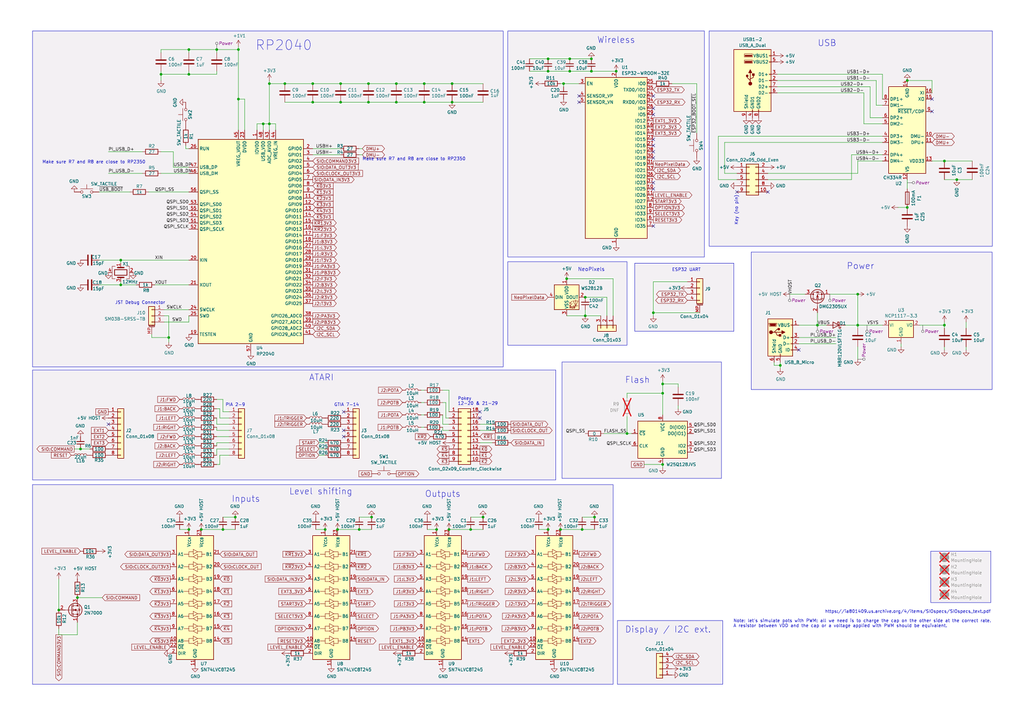
<source format=kicad_sch>
(kicad_sch (version 20231120) (generator "eeschema") (generator_version "8.0")
  (paper "A3")
  (title_block (title "DecentUSB2040") (date "2024-11-09") (rev "3"))
  (junction (at 77.47 30.48))
  (junction (at 77.47 20.32))
  (junction (at 49.53 116.84))
  (junction (at 97.79 20.32))
  (junction (at 229.87 217.17))
  (junction (at 387.35 133.35))
  (junction (at 97.79 40.64))
  (junction (at 110.49 34.29))
  (junction (at 66.04 30.48))
  (junction (at 387.35 66.04))
  (junction (at 179.07 217.17))
  (junction (at 231.14 34.29))
  (junction (at 162.56 34.29))
  (junction (at 173.99 34.29))
  (junction (at 372.11 33.02))
  (junction (at 271.78 190.5))
  (junction (at 184.15 217.17))
  (junction (at 271.78 157.48))
  (junction (at 240.03 129.54))
  (junction (at 133.35 217.17))
  (junction (at 116.84 34.29))
  (junction (at 49.53 106.68))
  (junction (at 224.79 24.13))
  (junction (at 185.42 41.91))
  (junction (at 185.42 34.29))
  (junction (at 69.215 138.43))
  (junction (at 110.49 50.8))
  (junction (at 351.79 133.35))
  (junction (at 242.57 24.13))
  (junction (at 224.79 217.17))
  (junction (at 238.76 217.17))
  (junction (at 147.32 217.17))
  (junction (at 152.4 212.09))
  (junction (at 91.44 217.17))
  (junction (at 173.99 41.91))
  (junction (at 392.43 73.66))
  (junction (at 128.27 34.29))
  (junction (at 271.78 161.29))
  (junction (at 128.27 41.91))
  (junction (at 77.47 217.17))
  (junction (at 243.84 212.09))
  (junction (at 351.79 120.65))
  (junction (at 240.03 121.92))
  (junction (at 162.56 41.91))
  (junction (at 151.13 34.29))
  (junction (at 107.95 50.8))
  (junction (at 320.04 149.86))
  (junction (at 233.68 24.13))
  (junction (at 139.7 41.91))
  (junction (at 24.13 250.19))
  (junction (at 252.73 29.21))
  (junction (at 31.75 245.11))
  (junction (at 372.11 85.09))
  (junction (at 88.9 20.32))
  (junction (at 33.02 184.15))
  (junction (at 233.68 29.21))
  (junction (at 96.52 212.09))
  (junction (at 335.28 133.35))
  (junction (at 82.55 217.17))
  (junction (at 139.7 34.29))
  (junction (at 151.13 41.91))
  (junction (at 198.12 212.09))
  (junction (at 232.41 114.3))
  (junction (at 138.43 217.17))
  (junction (at 242.57 29.21))
  (junction (at 267.97 128.27))
  (junction (at 257.175 177.8))
  (junction (at 193.04 217.17))
  (junction (at 224.79 29.21))
  (no_connect (at 140.97 179.07))
  (no_connect (at 140.97 168.91))
  (no_connect (at 267.97 46.99))
  (no_connect (at 314.96 78.74))
  (no_connect (at 267.97 62.23))
  (no_connect (at 140.97 176.53))
  (no_connect (at 267.97 64.77))
  (no_connect (at 196.85 168.91))
  (no_connect (at 267.97 77.47))
  (no_connect (at 267.97 44.45))
  (no_connect (at 382.27 45.72))
  (no_connect (at 44.45 173.99))
  (no_connect (at 237.49 41.91))
  (no_connect (at 302.26 78.74))
  (no_connect (at 382.27 40.64))
  (no_connect (at 267.97 74.93))
  (no_connect (at 237.49 39.37))
  (no_connect (at 196.85 171.45))
  (no_connect (at 267.97 39.37))
  (no_connect (at 267.97 57.15))
  (no_connect (at 267.97 92.71))
  (no_connect (at 327.66 143.51))
  (no_connect (at 267.97 59.69))
  (wire (pts (xy 320.04 149.86) (xy 320.04 151.13)))
  (wire (pts (xy 264.16 190.5) (xy 271.78 190.5)))
  (wire (pts (xy 31.75 245.11) (xy 41.91 245.11)))
  (wire (pts (xy 387.35 73.66) (xy 392.43 73.66)))
  (wire (pts (xy 396.24 142.24) (xy 396.24 143.51)))
  (wire (pts (xy 232.41 114.3) (xy 251.46 114.3)))
  (wire (pts (xy 233.68 24.13) (xy 242.57 24.13)))
  (wire (pts (xy 69.215 129.54) (xy 69.215 138.43)))
  (wire (pts (xy 76.2 60.96) (xy 77.47 60.96)))
  (wire (pts (xy 88.9 173.99) (xy 93.98 173.99)))
  (wire (pts (xy 257.175 170.815) (xy 257.175 177.8)))
  (wire (pts (xy 91.44 212.09) (xy 96.52 212.09)))
  (wire (pts (xy 97.79 19.05) (xy 97.79 20.32)))
  (wire (pts (xy 173.99 41.91) (xy 185.42 41.91)))
  (wire (pts (xy 181.61 173.99) (xy 181.61 170.18)))
  (wire (pts (xy 229.87 34.29) (xy 231.14 34.29)))
  (wire (pts (xy 335.28 128.27) (xy 335.28 133.35)))
  (wire (pts (xy 40.64 116.84) (xy 49.53 116.84)))
  (wire (pts (xy 354.33 38.1) (xy 354.33 50.8)))
  (wire (pts (xy 139.7 41.91) (xy 151.13 41.91)))
  (wire (pts (xy 162.56 34.29) (xy 173.99 34.29)))
  (wire (pts (xy 184.15 160.02) (xy 181.61 160.02)))
  (wire (pts (xy 88.9 21.59) (xy 88.9 20.32)))
  (wire (pts (xy 314.96 73.66) (xy 349.25 73.66)))
  (wire (pts (xy 66.04 29.21) (xy 66.04 30.48)))
  (wire (pts (xy 248.92 121.92) (xy 248.92 129.54)))
  (wire (pts (xy 31.75 260.35) (xy 31.75 255.27)))
  (wire (pts (xy 351.79 134.62) (xy 351.79 133.35)))
  (wire (pts (xy 327.66 138.43) (xy 342.9 138.43)))
  (wire (pts (xy 130.81 186.69) (xy 133.35 186.69)))
  (wire (pts (xy 351.79 71.12) (xy 351.79 66.04)))
  (wire (pts (xy 97.79 20.32) (xy 97.79 40.64)))
  (wire (pts (xy 257.175 177.8) (xy 259.08 177.8)))
  (wire (pts (xy 361.95 50.8) (xy 354.33 50.8)))
  (wire (pts (xy 147.32 217.17) (xy 152.4 217.17)))
  (wire (pts (xy 76.2 59.69) (xy 76.2 60.96)))
  (wire (pts (xy 67.31 129.54) (xy 69.215 129.54)))
  (wire (pts (xy 172.72 165.1) (xy 173.99 165.1)))
  (wire (pts (xy 233.68 29.21) (xy 242.57 29.21)))
  (wire (pts (xy 110.49 34.29) (xy 110.49 50.8)))
  (wire (pts (xy 58.42 62.23) (xy 44.45 62.23)))
  (wire (pts (xy 294.64 55.88) (xy 294.64 73.66)))
  (wire (pts (xy 232.41 129.54) (xy 240.03 129.54)))
  (wire (pts (xy 267.97 115.57) (xy 267.97 128.27)))
  (wire (pts (xy 110.49 50.8) (xy 110.49 53.34)))
  (wire (pts (xy 172.72 170.18) (xy 173.99 170.18)))
  (wire (pts (xy 196.85 176.53) (xy 201.93 176.53)))
  (wire (pts (xy 285.75 34.29) (xy 285.75 54.61)))
  (wire (pts (xy 297.18 71.12) (xy 302.26 71.12)))
  (wire (pts (xy 147.32 60.96) (xy 148.59 60.96)))
  (wire (pts (xy 257.175 163.195) (xy 257.175 161.29)))
  (wire (pts (xy 297.18 58.42) (xy 361.95 58.42)))
  (wire (pts (xy 193.04 217.17) (xy 198.12 217.17)))
  (wire (pts (xy 351.79 142.24) (xy 351.79 147.32)))
  (wire (pts (xy 246.38 129.54) (xy 240.03 129.54)))
  (wire (pts (xy 30.48 184.15) (xy 33.02 184.15)))
  (wire (pts (xy 107.95 50.8) (xy 105.41 50.8)))
  (wire (pts (xy 327.66 133.35) (xy 335.28 133.35)))
  (wire (pts (xy 88.9 190.5) (xy 90.17 190.5)))
  (wire (pts (xy 90.17 171.45) (xy 93.98 171.45)))
  (wire (pts (xy 257.175 161.29) (xy 271.78 161.29)))
  (wire (pts (xy 113.03 50.8) (xy 110.49 50.8)))
  (wire (pts (xy 88.9 175.26) (xy 88.9 176.53)))
  (wire (pts (xy 318.77 38.1) (xy 354.33 38.1)))
  (wire (pts (xy 73.66 217.17) (xy 77.47 217.17)))
  (wire (pts (xy 116.84 34.29) (xy 128.27 34.29)))
  (wire (pts (xy 361.95 30.48) (xy 361.95 40.64)))
  (wire (pts (xy 368.3 85.09) (xy 372.11 85.09)))
  (wire (pts (xy 53.34 78.74) (xy 40.64 78.74)))
  (wire (pts (xy 138.43 217.17) (xy 147.32 217.17)))
  (wire (pts (xy 346.71 133.35) (xy 351.79 133.35)))
  (wire (pts (xy 387.35 66.04) (xy 398.78 66.04)))
  (wire (pts (xy 66.04 30.48) (xy 66.04 33.02)))
  (wire (pts (xy 224.79 24.13) (xy 233.68 24.13)))
  (wire (pts (xy 359.41 43.18) (xy 361.95 43.18)))
  (wire (pts (xy 281.94 115.57) (xy 267.97 115.57)))
  (wire (pts (xy 382.27 33.02) (xy 372.11 33.02)))
  (wire (pts (xy 359.41 33.02) (xy 318.77 33.02)))
  (wire (pts (xy 88.9 176.53) (xy 93.98 176.53)))
  (wire (pts (xy 271.78 190.5) (xy 271.78 191.77)))
  (wire (pts (xy 128.27 63.5) (xy 139.7 63.5)))
  (wire (pts (xy 184.15 217.17) (xy 193.04 217.17)))
  (wire (pts (xy 66.04 20.32) (xy 77.47 20.32)))
  (wire (pts (xy 77.47 116.84) (xy 63.5 116.84)))
  (wire (pts (xy 297.18 58.42) (xy 297.18 71.12)))
  (wire (pts (xy 69.215 138.43) (xy 62.23 138.43)))
  (wire (pts (xy 229.87 217.17) (xy 238.76 217.17)))
  (wire (pts (xy 88.9 171.45) (xy 88.9 173.99)))
  (wire (pts (xy 88.9 179.07) (xy 93.98 179.07)))
  (wire (pts (xy 247.65 177.8) (xy 257.175 177.8)))
  (wire (pts (xy 88.9 182.88) (xy 88.9 181.61)))
  (wire (pts (xy 24.13 260.35) (xy 24.13 257.81)))
  (wire (pts (xy 90.17 167.64) (xy 90.17 171.45)))
  (wire (pts (xy 349.25 73.66) (xy 349.25 63.5)))
  (wire (pts (xy 340.36 120.65) (xy 351.79 120.65)))
  (wire (pts (xy 231.14 34.29) (xy 231.14 35.56)))
  (wire (pts (xy 24.13 260.35) (xy 31.75 260.35)))
  (wire (pts (xy 318.77 30.48) (xy 361.95 30.48)))
  (wire (pts (xy 182.88 165.1) (xy 181.61 165.1)))
  (wire (pts (xy 88.9 30.48) (xy 88.9 29.21)))
  (wire (pts (xy 88.9 167.64) (xy 90.17 167.64)))
  (wire (pts (xy 185.42 34.29) (xy 198.12 34.29)))
  (wire (pts (xy 382.27 66.04) (xy 387.35 66.04)))
  (wire (pts (xy 314.96 71.12) (xy 351.79 71.12)))
  (wire (pts (xy 130.81 184.15) (xy 133.35 184.15)))
  (wire (pts (xy 217.17 29.21) (xy 224.79 29.21)))
  (wire (pts (xy 110.49 34.29) (xy 116.84 34.29)))
  (wire (pts (xy 82.55 217.17) (xy 91.44 217.17)))
  (wire (pts (xy 147.32 212.09) (xy 152.4 212.09)))
  (wire (pts (xy 377.19 133.35) (xy 387.35 133.35)))
  (wire (pts (xy 278.13 166.37) (xy 278.13 167.64)))
  (wire (pts (xy 356.87 35.56) (xy 356.87 48.26)))
  (wire (pts (xy 66.04 21.59) (xy 66.04 20.32)))
  (wire (pts (xy 185.42 41.91) (xy 198.12 41.91)))
  (wire (pts (xy 49.53 115.57) (xy 49.53 116.84)))
  (wire (pts (xy 184.15 168.91) (xy 184.15 160.02)))
  (wire (pts (xy 77.47 20.32) (xy 88.9 20.32)))
  (wire (pts (xy 240.03 129.54) (xy 240.03 127)))
  (wire (pts (xy 40.64 106.68) (xy 49.53 106.68)))
  (wire (pts (xy 220.98 217.17) (xy 224.79 217.17)))
  (wire (pts (xy 184.15 173.99) (xy 181.61 173.99)))
  (wire (pts (xy 184.15 171.45) (xy 182.88 171.45)))
  (wire (pts (xy 242.57 29.21) (xy 252.73 29.21)))
  (wire (pts (xy 285.75 34.29) (xy 275.59 34.29)))
  (wire (pts (xy 240.03 121.92) (xy 248.92 121.92)))
  (wire (pts (xy 278.13 157.48) (xy 271.78 157.48)))
  (wire (pts (xy 139.7 34.29) (xy 151.13 34.29)))
  (wire (pts (xy 110.49 50.8) (xy 107.95 50.8)))
  (wire (pts (xy 382.27 38.1) (xy 382.27 33.02)))
  (wire (pts (xy 294.64 55.88) (xy 361.95 55.88)))
  (wire (pts (xy 88.9 181.61) (xy 93.98 181.61)))
  (wire (pts (xy 392.43 73.66) (xy 398.78 73.66)))
  (wire (pts (xy 271.78 156.21) (xy 271.78 157.48)))
  (wire (pts (xy 49.53 106.68) (xy 77.47 106.68)))
  (wire (pts (xy 88.9 163.83) (xy 91.44 163.83)))
  (wire (pts (xy 327.66 140.97) (xy 342.9 140.97)))
  (wire (pts (xy 97.79 40.64) (xy 97.79 53.34)))
  (wire (pts (xy 271.78 157.48) (xy 271.78 161.29)))
  (wire (pts (xy 387.35 133.35) (xy 387.35 132.08)))
  (wire (pts (xy 224.79 29.21) (xy 233.68 29.21)))
  (wire (pts (xy 387.35 134.62) (xy 387.35 133.35)))
  (wire (pts (xy 49.53 116.84) (xy 55.88 116.84)))
  (wire (pts (xy 349.25 63.5) (xy 361.95 63.5)))
  (wire (pts (xy 238.76 212.09) (xy 243.84 212.09)))
  (wire (pts (xy 88.9 184.15) (xy 93.98 184.15)))
  (wire (pts (xy 317.5 148.59) (xy 317.5 149.86)))
  (wire (pts (xy 100.33 40.64) (xy 97.79 40.64)))
  (wire (pts (xy 128.27 60.96) (xy 139.7 60.96)))
  (wire (pts (xy 172.72 175.26) (xy 173.99 175.26)))
  (wire (pts (xy 271.78 161.29) (xy 271.78 170.18)))
  (wire (pts (xy 71.12 62.23) (xy 66.04 62.23)))
  (wire (pts (xy 67.31 132.08) (xy 77.47 132.08)))
  (wire (pts (xy 251.46 114.3) (xy 251.46 129.54)))
  (wire (pts (xy 267.97 128.27) (xy 287.02 128.27)))
  (wire (pts (xy 196.85 173.99) (xy 201.93 173.99)))
  (wire (pts (xy 67.31 127) (xy 77.47 127)))
  (wire (pts (xy 33.02 184.15) (xy 36.83 184.15)))
  (wire (pts (xy 24.13 237.49) (xy 24.13 250.19)))
  (wire (pts (xy 88.9 186.69) (xy 88.9 184.15)))
  (wire (pts (xy 110.49 33.02) (xy 110.49 34.29)))
  (wire (pts (xy 100.33 53.34) (xy 100.33 40.64)))
  (wire (pts (xy 77.47 21.59) (xy 77.47 20.32)))
  (wire (pts (xy 66.04 30.48) (xy 77.47 30.48)))
  (wire (pts (xy 49.53 106.68) (xy 49.53 107.95)))
  (wire (pts (xy 129.54 217.17) (xy 133.35 217.17)))
  (wire (pts (xy 113.03 53.34) (xy 113.03 50.8)))
  (wire (pts (xy 162.56 41.91) (xy 173.99 41.91)))
  (wire (pts (xy 175.26 217.17) (xy 179.07 217.17)))
  (wire (pts (xy 151.13 34.29) (xy 162.56 34.29)))
  (wire (pts (xy 369.57 140.97) (xy 369.57 142.24)))
  (wire (pts (xy 278.13 158.75) (xy 278.13 157.48)))
  (wire (pts (xy 58.42 71.12) (xy 44.45 71.12)))
  (wire (pts (xy 91.44 217.17) (xy 96.52 217.17)))
  (wire (pts (xy 116.84 41.91) (xy 128.27 41.91)))
  (wire (pts (xy 238.76 217.17) (xy 243.84 217.17)))
  (wire (pts (xy 90.17 186.69) (xy 93.98 186.69)))
  (wire (pts (xy 77.47 132.08) (xy 77.47 129.54)))
  (wire (pts (xy 359.41 43.18) (xy 359.41 33.02)))
  (wire (pts (xy 193.04 212.09) (xy 198.12 212.09)))
  (wire (pts (xy 231.14 34.29) (xy 237.49 34.29)))
  (wire (pts (xy 107.95 50.8) (xy 107.95 53.34)))
  (wire (pts (xy 77.47 71.12) (xy 66.04 71.12)))
  (wire (pts (xy 387.35 142.24) (xy 387.35 143.51)))
  (wire (pts (xy 90.17 190.5) (xy 90.17 186.69)))
  (wire (pts (xy 91.44 168.91) (xy 93.98 168.91)))
  (wire (pts (xy 172.72 160.02) (xy 173.99 160.02)))
  (wire (pts (xy 77.47 30.48) (xy 88.9 30.48)))
  (wire (pts (xy 130.81 181.61) (xy 133.35 181.61)))
  (wire (pts (xy 128.27 41.91) (xy 139.7 41.91)))
  (wire (pts (xy 105.41 50.8) (xy 105.41 53.34)))
  (wire (pts (xy 351.79 66.04) (xy 361.95 66.04)))
  (wire (pts (xy 147.32 63.5) (xy 148.59 63.5)))
  (wire (pts (xy 294.64 73.66) (xy 302.26 73.66)))
  (wire (pts (xy 320.04 148.59) (xy 320.04 149.86)))
  (wire (pts (xy 351.79 120.65) (xy 351.79 133.35)))
  (wire (pts (xy 196.85 181.61) (xy 201.93 181.61)))
  (wire (pts (xy 181.61 176.53) (xy 184.15 176.53)))
  (wire (pts (xy 396.24 132.08) (xy 396.24 134.62)))
  (wire (pts (xy 91.44 163.83) (xy 91.44 168.91)))
  (wire (pts (xy 151.13 41.91) (xy 162.56 41.91)))
  (wire (pts (xy 356.87 48.26) (xy 361.95 48.26)))
  (wire (pts (xy 182.88 171.45) (xy 182.88 165.1)))
  (wire (pts (xy 323.85 120.65) (xy 330.2 120.65)))
  (wire (pts (xy 60.96 78.74) (xy 77.47 78.74)))
  (wire (pts (xy 71.12 62.23) (xy 71.12 68.58)))
  (wire (pts (xy 77.47 29.21) (xy 77.47 30.48)))
  (wire (pts (xy 62.23 137.16) (xy 62.23 138.43)))
  (wire (pts (xy 335.28 133.35) (xy 339.09 133.35)))
  (wire (pts (xy 69.215 138.43) (xy 69.215 140.335)))
  (wire (pts (xy 361.95 133.35) (xy 351.79 133.35)))
  (wire (pts (xy 317.5 149.86) (xy 320.04 149.86)))
  (wire (pts (xy 181.61 175.26) (xy 181.61 176.53)))
  (wire (pts (xy 88.9 20.32) (xy 97.79 20.32)))
  (wire (pts (xy 173.99 34.29) (xy 185.42 34.29)))
  (wire (pts (xy 318.77 35.56) (xy 356.87 35.56)))
  (wire (pts (xy 217.17 24.13) (xy 224.79 24.13)))
  (wire (pts (xy 267.97 128.27) (xy 267.97 129.54)))
  (wire (pts (xy 128.27 34.29) (xy 139.7 34.29)))
  (wire (pts (xy 372.11 73.66) (xy 372.11 77.47)))
  (wire (pts (xy 77.47 68.58) (xy 71.12 68.58)))
  (rectangle (start 13.335 12.7) (end 206.375 150.495) (fill (type color) (color 56 0 60 0.06)))
  (rectangle (start 208.28 107.315) (end 257.175 141.605) (fill (type color) (color 56 0 60 0.06)))
  (rectangle (start 208.28 12.7) (end 288.925 105.41) (fill (type color) (color 56 0 60 0.06)))
  (rectangle (start 253.238 254.508) (end 296.418 280.67) (fill (type color) (color 56 0 60 0.06)))
  (rectangle (start 290.83 12.7) (end 407.035 100.965) (fill (type color) (color 56 0 60 0.06)))
  (rectangle (start 381.762 226.06) (end 406.4 247.142) (fill (type color) (color 56 0 60 0.06)))
  (rectangle (start 308.102 103.378) (end 406.908 159.766) (fill (type color) (color 56 0 60 0.06)))
  (rectangle (start 260.35 107.95) (end 300.99 135.89) (fill (type color) (color 56 0 60 0.06)))
  (rectangle (start 13.335 198.755) (end 251.46 280.67) (fill (type color) (color 56 0 60 0.06)))
  (rectangle (start 13.335 151.765) (end 227.965 196.85) (fill (type color) (color 56 0 60 0.06)))
  (rectangle (start 230.505 148.463) (end 295.91 196.215) (fill (type color) (color 56 0 60 0.06)))
  (text "Display / I2C ext." (at 256.286 259.842 0) (effects (font (size 2.54 2.54)) (justify left bottom)))
  (text "Level shifting" (at 131.572 203.2 0) (effects (font (size 2.54 2.54)) (justify bottom)))
  (text "ATARI" (at 131.826 156.464 0) (effects (font (size 2.54 2.54)) (justify bottom)))
  (text "GTIA 7-14" (at 147.32 166.878 0) (effects (font (size 1.27 1.27)) (justify right bottom)))
  (text "Note: let's simulate pots with PWM: all we need is to charge the cap on the other side at the correct rate.\nA resistor between VDD and the cap or a voltage applied with PWM should be equivalent." (at 300.736 257.556 0) (effects (font (size 1.27 1.27)) (justify left bottom)))
  (text "PIA 2-9" (at 100.584 166.878 0) (effects (font (size 1.27 1.27)) (justify right bottom)))
  (text "Wireless" (at 252.73 18.034 0) (effects (font (size 2.54 2.54)) (justify bottom)))
  (text "https://ia801409.us.archive.org/4/items/SIOspecs/SIOspecs_text.pdf" (at 372.364 250.952 0) (effects (font (size 1.27 1.27))))
  (text "Make sure R7 and R8 are close to RP2350\n" (at 59.69 67.31 0) (effects (font (size 1.27 1.27)) (justify right bottom)))
  (text "Make sure R7 and R8 are close to RP2350\n" (at 148.59 66.04 0) (effects (font (size 1.27 1.27)) (justify left bottom)))
  (text "JST Debug Connector" (at 67.818 124.968 0) (effects (font (size 1.27 1.27)) (justify right bottom)))
  (text "Outputs" (at 181.61 204.216 0) (effects (font (size 2.54 2.54)) (justify bottom)))
  (text "Inputs" (at 100.838 206.248 0) (effects (font (size 2.54 2.54)) (justify bottom)))
  (text "Key (no pin)" (at 302.768 80.01 90) (effects (font (size 1.27 1.27)) (justify right bottom)))
  (text "Pokey\n12-20 & 21-29" (at 187.706 166.37 0) (effects (font (size 1.27 1.27)) (justify left bottom)))
  (text "ESP32 UART" (at 275.59 111.506 0) (effects (font (size 1.27 1.27)) (justify left bottom)))
  (text "Flash" (at 256.286 157.48 0) (effects (font (size 2.54 2.54)) (justify left bottom)))
  (text "USB" (at 335.28 19.304 0) (effects (font (size 2.54 2.54)) (justify left bottom)))
  (text "NeoPixels" (at 236.982 111.506 0) (effects (font (size 1.5 1.5)) (justify left bottom)))
  (text "RP2040" (at 104.648 21.082 0) (effects (font (size 4 4)) (justify left bottom)))
  (text "Power" (at 347.218 110.744 0) (effects (font (size 2.54 2.54)) (justify left bottom)))
  (label "SWCLK" (at 74.676 127 180))
  (label "QSPI_SS" (at 240.03 177.8 180))
  (label "USBH-" (at 129.54 63.5 0))
  (label "QSPI_SCLK" (at 77.47 93.98 180))
  (label "PI_USB_D-" (at 342.9 140.97 180))
  (label "XOUT" (at 63.5 116.84 0))
  (label "USB2-D-" (at 354.33 38.1 180))
  (label "PI_USB_D+" (at 342.9 138.43 180))
  (label "~{ESP32_BOOT_SEL}" (at 285.75 54.61 90))
  (label "USBH+" (at 129.54 60.96 0))
  (label "USB_DP" (at 71.12 68.58 0))
  (label "PI_USB_D-" (at 44.45 71.12 0))
  (label "VHOST" (at 325.12 120.65 90))
  (label "USB3-D-" (at 356.87 58.42 180))
  (label "QSPI_SS" (at 63.5 78.74 0))
  (label "USB1-D-" (at 356.87 33.02 180))
  (label "USB2-D+" (at 354.33 35.56 180))
  (label "~{USB_BOOT}" (at 40.64 78.74 0))
  (label "FLASH_SS" (at 247.65 177.8 0))
  (label "QSPI_SD0" (at 77.47 83.82 180))
  (label "USB_DN" (at 71.12 71.12 0))
  (label "QSPI_SCLK" (at 259.08 182.88 180))
  (label "VSYS" (at 355.6 133.35 0))
  (label "QSPI_SD2" (at 77.47 88.9 180))
  (label "VBUS" (at 335.28 133.35 0))
  (label "QSPI_SD1" (at 77.47 86.36 180))
  (label "QSPI_SD0" (at 284.48 175.26 0))
  (label "USB1-D+" (at 356.87 30.48 180))
  (label "XIN" (at 63.5 106.68 0))
  (label "QSPI_SD1" (at 284.48 177.8 0))
  (label "PI_USB_D+" (at 44.45 62.23 0))
  (label "SWD" (at 74.676 132.08 180))
  (label "QSPI_SD3" (at 77.47 91.44 180))
  (label "USB3-D+" (at 356.87 55.88 180))
  (label "QSPI_SD2" (at 284.48 182.88 0))
  (label "USB4-D-" (at 360.68 66.04 180))
  (label "USB4-D+" (at 360.68 63.5 180))
  (label "QSPI_SD3" (at 284.48 185.42 0))
  (global_label "J1:POTB" (shape output) (at 191.77 257.81 0) (property "Intersheetrefs" "${INTERSHEET_REFS}" (effects (hide yes))))
  (global_label "J1:T3V3" (shape output) (at 128.27 106.68 0) (property "Intersheetrefs" "${INTERSHEET_REFS}" (effects (hide yes))))
  (global_label "NeoPixelData" (shape output) (at 267.97 67.31 0) (property "Intersheetrefs" "${INTERSHEET_REFS}" (effects (hide yes))))
  (global_label "SIO:DATA_OUT3V3" (shape output) (at 69.85 227.33 180) (property "Intersheetrefs" "${INTERSHEET_REFS}" (effects (hide yes))))
  (global_label "J1:R3V3" (shape output) (at 128.27 104.14 0) (property "Intersheetrefs" "${INTERSHEET_REFS}" (effects (hide yes))))
  (global_label "RESET3V3" (shape input) (at 125.73 262.89 180) (property "Intersheetrefs" "${INTERSHEET_REFS}" (effects (hide yes))))
  (global_label "~{K4}3V3" (shape output) (at 69.85 257.81 180) (property "Intersheetrefs" "${INTERSHEET_REFS}" (effects (hide yes))))
  (global_label "START3V3" (shape output) (at 267.97 82.55 0) (property "Intersheetrefs" "${INTERSHEET_REFS}" (effects (hide yes))))
  (global_label "J1:POTA" (shape input) (at 165.1 170.18 180) (property "Intersheetrefs" "${INTERSHEET_REFS}" (effects (hide yes))))
  (global_label "J1:T3V3" (shape input) (at 171.45 247.65 180) (property "Intersheetrefs" "${INTERSHEET_REFS}" (effects (hide yes))))
  (global_label "OPTION" (shape output) (at 146.05 257.81 0) (property "Intersheetrefs" "${INTERSHEET_REFS}" (effects (hide yes))))
  (global_label "NeoPixelData" (shape input) (at 224.79 121.92 180) (property "Intersheetrefs" "${INTERSHEET_REFS}" (effects (hide yes))))
  (global_label "RESET3V3" (shape output) (at 267.97 90.17 0) (property "Intersheetrefs" "${INTERSHEET_REFS}" (effects (hide yes))))
  (global_label "START" (shape output) (at 146.05 247.65 0) (property "Intersheetrefs" "${INTERSHEET_REFS}" (effects (hide yes))))
  (global_label "J2:PA3V3" (shape input) (at 217.17 252.73 180) (property "Intersheetrefs" "${INTERSHEET_REFS}" (effects (hide yes))))
  (global_label "J1:POTB" (shape input) (at 165.1 175.26 180) (property "Intersheetrefs" "${INTERSHEET_REFS}" (effects (hide yes))))
  (global_label "~{KR2}3V3" (shape output) (at 128.27 93.98 0) (property "Intersheetrefs" "${INTERSHEET_REFS}" (effects (hide yes))))
  (global_label "J1:F3V3" (shape output) (at 128.27 96.52 0) (property "Intersheetrefs" "${INTERSHEET_REFS}" (effects (hide yes))))
  (global_label "J2:PB3V3" (shape input) (at 217.17 257.81 180) (property "Intersheetrefs" "${INTERSHEET_REFS}" (effects (hide yes))))
  (global_label "SIO:COMMAND" (shape output) (at 30.48 184.15 180) (property "Intersheetrefs" "${INTERSHEET_REFS}" (effects (hide yes))))
  (global_label "I2C_SCL" (shape tri_state) (at 275.59 271.78 0) (property "Intersheetrefs" "${INTERSHEET_REFS}" (effects (hide yes))))
  (global_label "I2C_SDA" (shape tri_state) (at 267.97 69.85 0) (property "Intersheetrefs" "${INTERSHEET_REFS}" (effects (hide yes))))
  (global_label "J1:B3V3" (shape output) (at 128.27 99.06 0) (property "Intersheetrefs" "${INTERSHEET_REFS}" (effects (hide yes))))
  (global_label "~{KR1}" (shape input) (at 196.85 179.07 0) (property "Intersheetrefs" "${INTERSHEET_REFS}" (effects (hide yes))))
  (global_label "SELECT" (shape input) (at 130.81 184.15 180) (property "Intersheetrefs" "${INTERSHEET_REFS}" (effects (hide yes))))
  (global_label "~{K5}3V3" (shape input) (at 128.27 88.9 0) (property "Intersheetrefs" "${INTERSHEET_REFS}" (effects (hide yes))))
  (global_label "LEVEL_ENABLE" (shape input) (at 125.73 265.43 180) (property "Intersheetrefs" "${INTERSHEET_REFS}" (effects (hide yes))))
  (global_label "J2:LEFT" (shape output) (at 237.49 237.49 0) (property "Intersheetrefs" "${INTERSHEET_REFS}" (effects (hide yes))))
  (global_label "I2C_SCL" (shape tri_state) (at 128.27 137.16 0) (property "Intersheetrefs" "${INTERSHEET_REFS}" (effects (hide yes))))
  (global_label "J2:RIGHT" (shape input) (at 73.66 190.5 180) (property "Intersheetrefs" "${INTERSHEET_REFS}" (effects (hide yes))))
  (global_label "J1:BACK" (shape output) (at 191.77 232.41 0) (property "Intersheetrefs" "${INTERSHEET_REFS}" (effects (hide yes))))
  (global_label "LEVEL_ENABLE" (shape input) (at 33.02 226.06 180) (property "Intersheetrefs" "${INTERSHEET_REFS}" (effects (hide yes))))
  (global_label "J1:L3V3" (shape output) (at 128.27 101.6 0) (property "Intersheetrefs" "${INTERSHEET_REFS}" (effects (hide yes))))
  (global_label "J2:PA3V3" (shape output) (at 128.27 129.54 0) (property "Intersheetrefs" "${INTERSHEET_REFS}" (effects (hide yes))))
  (global_label "SELECT3V3" (shape input) (at 125.73 252.73 180) (property "Intersheetrefs" "${INTERSHEET_REFS}" (effects (hide yes))))
  (global_label "J1:TRIGGER" (shape input) (at 125.73 171.45 180) (property "Intersheetrefs" "${INTERSHEET_REFS}" (effects (hide yes))))
  (global_label "SIO:COMMAND3V3" (shape input) (at 128.27 66.04 0) (property "Intersheetrefs" "${INTERSHEET_REFS}" (effects (hide yes))))
  (global_label "EXT3_3V3" (shape input) (at 125.73 242.57 180) (property "Intersheetrefs" "${INTERSHEET_REFS}" (effects (hide yes))))
  (global_label "J1:PA3V3" (shape input) (at 171.45 252.73 180) (property "Intersheetrefs" "${INTERSHEET_REFS}" (effects (hide yes))))
  (global_label "~{K3}3V3" (shape output) (at 69.85 252.73 180) (property "Intersheetrefs" "${INTERSHEET_REFS}" (effects (hide yes))))
  (global_label "SIO:DATA_IN" (shape input) (at 209.55 181.61 0) (property "Intersheetrefs" "${INTERSHEET_REFS}" (effects (hide yes))))
  (global_label "J1:RIGHT" (shape input) (at 73.66 175.26 180) (property "Intersheetrefs" "${INTERSHEET_REFS}" (effects (hide yes))))
  (global_label "GND" (shape passive) (at 44.45 168.91 180) (property "Intersheetrefs" "${INTERSHEET_REFS}" (effects (hide yes))))
  (global_label "~{K5}" (shape input) (at 90.17 262.89 0) (property "Intersheetrefs" "${INTERSHEET_REFS}" (effects (hide yes))))
  (global_label "~{KR2}" (shape input) (at 176.53 179.07 180) (property "Intersheetrefs" "${INTERSHEET_REFS}" (effects (hide yes))))
  (global_label "~{KR1}3V3" (shape input) (at 125.73 227.33 180) (property "Intersheetrefs" "${INTERSHEET_REFS}" (effects (hide yes))))
  (global_label "J2:LEFT" (shape input) (at 73.66 186.69 180) (property "Intersheetrefs" "${INTERSHEET_REFS}" (effects (hide yes))))
  (global_label "~{KR1}" (shape output) (at 146.05 227.33 0) (property "Intersheetrefs" "${INTERSHEET_REFS}" (effects (hide yes))))
  (global_label "EXT2_3V3" (shape output) (at 267.97 52.07 0) (property "Intersheetrefs" "${INTERSHEET_REFS}" (effects (hide yes))))
  (global_label "J2:B3V3" (shape output) (at 128.27 116.84 0) (property "Intersheetrefs" "${INTERSHEET_REFS}" (effects (hide yes))))
  (global_label "J1:PB3V3" (shape output) (at 128.27 111.76 0) (property "Intersheetrefs" "${INTERSHEET_REFS}" (effects (hide yes))))
  (global_label "SIO:DATA_IN3V3" (shape output) (at 128.27 73.66 0) (property "Intersheetrefs" "${INTERSHEET_REFS}" (effects (hide yes))))
  (global_label "J2:BACK" (shape output) (at 237.49 232.41 0) (property "Intersheetrefs" "${INTERSHEET_REFS}" (effects (hide yes))))
  (global_label "J2:FWD" (shape output) (at 237.49 227.33 0) (property "Intersheetrefs" "${INTERSHEET_REFS}" (effects (hide yes))))
  (global_label "EXT2" (shape output) (at 237.49 262.89 0) (property "Intersheetrefs" "${INTERSHEET_REFS}" (effects (hide yes))))
  (global_label "SIO:CLOCK_OUT" (shape output) (at 209.55 176.53 0) (property "Intersheetrefs" "${INTERSHEET_REFS}" (effects (hide yes))))
  (global_label "J1:B3V3" (shape input) (at 171.45 232.41 180) (property "Intersheetrefs" "${INTERSHEET_REFS}" (effects (hide yes))))
  (global_label "~{K3}" (shape input) (at 90.17 252.73 0) (property "Intersheetrefs" "${INTERSHEET_REFS}" (effects (hide yes))))
  (global_label "ESP32_TX" (shape tri_state) (at 267.97 36.83 0) (property "Intersheetrefs" "${INTERSHEET_REFS}" (effects (hide yes))))
  (global_label "~{KR1}3V3" (shape output) (at 128.27 91.44 0) (property "Intersheetrefs" "${INTERSHEET_REFS}" (effects (hide yes))))
  (global_label "EXT2" (shape input) (at 44.45 179.07 180) (property "Intersheetrefs" "${INTERSHEET_REFS}" (effects (hide yes))))
  (global_label "J2:T3V3" (shape input) (at 217.17 247.65 180) (property "Intersheetrefs" "${INTERSHEET_REFS}" (effects (hide yes))))
  (global_label "EXT3" (shape input) (at 44.45 181.61 180) (property "Intersheetrefs" "${INTERSHEET_REFS}" (effects (hide yes))))
  (global_label "OPTION3V3" (shape output) (at 267.97 85.09 0) (property "Intersheetrefs" "${INTERSHEET_REFS}" (effects (hide yes))))
  (global_label "RESET" (shape input) (at 29.21 186.69 180) (property "Intersheetrefs" "${INTERSHEET_REFS}" (effects (hide yes))))
  (global_label "J2:R3V3" (shape output) (at 128.27 121.92 0) (property "Intersheetrefs" "${INTERSHEET_REFS}" (effects (hide yes))))
  (global_label "ESP32_TX" (shape tri_state) (at 281.94 120.65 180) (property "Intersheetrefs" "${INTERSHEET_REFS}" (effects (hide yes))))
  (global_label "J1:R3V3" (shape input) (at 171.45 242.57 180) (property "Intersheetrefs" "${INTERSHEET_REFS}" (effects (hide yes))))
  (global_label "J2:POTB" (shape output) (at 237.49 257.81 0) (property "Intersheetrefs" "${INTERSHEET_REFS}" (effects (hide yes))))
  (global_label "DMU+" (shape tri_state) (at 382.27 58.42 0) (property "Intersheetrefs" "${INTERSHEET_REFS}" (effects (hide yes))))
  (global_label "I2C_SDA" (shape tri_state) (at 128.27 134.62 0) (property "Intersheetrefs" "${INTERSHEET_REFS}" (effects (hide yes))))
  (global_label "J1:F3V3" (shape input) (at 171.45 227.33 180) (property "Intersheetrefs" "${INTERSHEET_REFS}" (effects (hide yes))))
  (global_label "I2C_SCL" (shape tri_state) (at 267.97 72.39 0) (property "Intersheetrefs" "${INTERSHEET_REFS}" (effects (hide yes))))
  (global_label "J2:POTA" (shape output) (at 237.49 252.73 0) (property "Intersheetrefs" "${INTERSHEET_REFS}" (effects (hide yes))))
  (global_label "J2:L3V3" (shape input) (at 217.17 237.49 180) (property "Intersheetrefs" "${INTERSHEET_REFS}" (effects (hide yes))))
  (global_label "EXT3_3V3" (shape output) (at 267.97 54.61 0) (property "Intersheetrefs" "${INTERSHEET_REFS}" (effects (hide yes))))
  (global_label "~{K4}" (shape output) (at 184.15 186.69 180) (property "Intersheetrefs" "${INTERSHEET_REFS}" (effects (hide yes))))
  (global_label "J2:PB3V3" (shape output) (at 128.27 132.08 0) (property "Intersheetrefs" "${INTERSHEET_REFS}" (effects (hide yes))))
  (global_label "J1:LEFT" (shape output) (at 191.77 237.49 0) (property "Intersheetrefs" "${INTERSHEET_REFS}" (effects (hide yes))))
  (global_label "SIO:DATA_OUT" (shape output) (at 209.55 173.99 0) (property "Intersheetrefs" "${INTERSHEET_REFS}" (effects (hide yes))))
  (global_label "~{K2}3V3" (shape output) (at 69.85 247.65 180) (property "Intersheetrefs" "${INTERSHEET_REFS}" (effects (hide yes))))
  (global_label "DMU-" (shape tri_state) (at 148.59 63.5 0) (property "Intersheetrefs" "${INTERSHEET_REFS}" (effects (hide yes))))
  (global_label "ESP32_RX" (shape tri_state) (at 267.97 41.91 0) (property "Intersheetrefs" "${INTERSHEET_REFS}" (effects (hide yes))))
  (global_label "SIO:CLOCK_OUT3V3" (shape output) (at 69.85 232.41 180) (property "Intersheetrefs" "${INTERSHEET_REFS}" (effects (hide yes))))
  (global_label "J2:L3V3" (shape output) (at 128.27 119.38 0) (property "Intersheetrefs" "${INTERSHEET_REFS}" (effects (hide yes))))
  (global_label "SIO:COMMAND3V3" (shape output) (at 24.13 260.35 270) (property "Intersheetrefs" "${INTERSHEET_REFS}" (effects (hide yes))))
  (global_label "J2:R3V3" (shape input) (at 217.17 242.57 180) (property "Intersheetrefs" "${INTERSHEET_REFS}" (effects (hide yes))))
  (global_label "SIO:COMMAND" (shape input) (at 41.91 245.11 0) (property "Intersheetrefs" "${INTERSHEET_REFS}" (effects (hide yes))))
  (global_label "SIO:CLOCK_OUT3V3" (shape input) (at 128.27 71.12 0) (property "Intersheetrefs" "${INTERSHEET_REFS}" (effects (hide yes))))
  (global_label "SELECT3V3" (shape output) (at 267.97 87.63 0) (property "Intersheetrefs" "${INTERSHEET_REFS}" (effects (hide yes))))
  (global_label "START" (shape input) (at 130.81 181.61 180) (property "Intersheetrefs" "${INTERSHEET_REFS}" (effects (hide yes))))
  (global_label "J1:L3V3" (shape input) (at 171.45 237.49 180) (property "Intersheetrefs" "${INTERSHEET_REFS}" (effects (hide yes))))
  (global_label "~{K0}3V3" (shape input) (at 128.27 76.2 0) (property "Intersheetrefs" "${INTERSHEET_REFS}" (effects (hide yes))))
  (global_label "LEVEL_ENABLE" (shape output) (at 267.97 80.01 0) (property "Intersheetrefs" "${INTERSHEET_REFS}" (effects (hide yes))))
  (global_label "J1:PB3V3" (shape input) (at 171.45 257.81 180) (property "Intersheetrefs" "${INTERSHEET_REFS}" (effects (hide yes))))
  (global_label "J1:FWD" (shape output) (at 191.77 227.33 0) (property "Intersheetrefs" "${INTERSHEET_REFS}" (effects (hide yes))))
  (global_label "~{K2}3V3" (shape input) (at 128.27 81.28 0) (property "Intersheetrefs" "${INTERSHEET_REFS}" (effects (hide yes))))
  (global_label "OPTION" (shape output) (at 162.56 194.31 0) (property "Intersheetrefs" "${INTERSHEET_REFS}" (effects (hide yes))))
  (global_label "~{K5}3V3" (shape output) (at 69.85 262.89 180) (property "Intersheetrefs" "${INTERSHEET_REFS}" (effects (hide yes))))
  (global_label "~{K3}" (shape output) (at 184.15 189.23 180) (property "Intersheetrefs" "${INTERSHEET_REFS}" (effects (hide yes))))
  (global_label "START3V3" (shape input) (at 125.73 247.65 180) (property "Intersheetrefs" "${INTERSHEET_REFS}" (effects (hide yes))))
  (global_label "J1:RIGHT" (shape output) (at 191.77 242.57 0) (property "Intersheetrefs" "${INTERSHEET_REFS}" (effects (hide yes))))
  (global_label "J1:TRIGGER" (shape output) (at 191.77 247.65 0) (property "Intersheetrefs" "${INTERSHEET_REFS}" (effects (hide yes))))
  (global_label "EXT1_3V3" (shape input) (at 171.45 262.89 180) (property "Intersheetrefs" "${INTERSHEET_REFS}" (effects (hide yes))))
  (global_label "J2:T3V3" (shape output) (at 128.27 124.46 0) (property "Intersheetrefs" "${INTERSHEET_REFS}" (effects (hide yes))))
  (global_label "~{KR2}" (shape output) (at 146.05 232.41 0) (property "Intersheetrefs" "${INTERSHEET_REFS}" (effects (hide yes))))
  (global_label "EXT3" (shape output) (at 146.05 242.57 0) (property "Intersheetrefs" "${INTERSHEET_REFS}" (effects (hide yes))))
  (global_label "~{K0}" (shape output) (at 196.85 184.15 0) (property "Intersheetrefs" "${INTERSHEET_REFS}" (effects (hide yes))))
  (global_label "J2:TRIGGER" (shape input) (at 125.73 173.99 180) (property "Intersheetrefs" "${INTERSHEET_REFS}" (effects (hide yes))))
  (global_label "J2:BACK" (shape input) (at 73.66 182.88 180) (property "Intersheetrefs" "${INTERSHEET_REFS}" (effects (hide yes))))
  (global_label "~{K1}3V3" (shape input) (at 128.27 78.74 0) (property "Intersheetrefs" "${INTERSHEET_REFS}" (effects (hide yes))))
  (global_label "~{K4}3V3" (shape input) (at 128.27 86.36 0) (property "Intersheetrefs" "${INTERSHEET_REFS}" (effects (hide yes))))
  (global_label "DMU-" (shape tri_state) (at 382.27 55.88 0) (property "Intersheetrefs" "${INTERSHEET_REFS}" (effects (hide yes))))
  (global_label "LEVEL_ENABLE" (shape input) (at 171.45 265.43 180) (property "Intersheetrefs" "${INTERSHEET_REFS}" (effects (hide yes))))
  (global_label "RESET" (shape output) (at 146.05 262.89 0) (property "Intersheetrefs" "${INTERSHEET_REFS}" (effects (hide yes))))
  (global_label "~{K2}" (shape output) (at 196.85 189.23 0) (property "Intersheetrefs" "${INTERSHEET_REFS}" (effects (hide yes))))
  (global_label "J2:TRIGGER" (shape output) (at 237.49 247.65 0) (property "Intersheetrefs" "${INTERSHEET_REFS}" (effects (hide yes))))
  (global_label "SIO:DATA_IN3V3" (shape input) (at 125.73 237.49 180) (property "Intersheetrefs" "${INTERSHEET_REFS}" (effects (hide yes))))
  (global_label "SIO:DATA_OUT3V3" (shape input) (at 128.27 68.58 0) (property "Intersheetrefs" "${INTERSHEET_REFS}" (effects (hide yes))))
  (global_label "EXT2_3V3" (shape input) (at 217.17 262.89 180) (property "Intersheetrefs" "${INTERSHEET_REFS}" (effects (hide yes))))
  (global_label "EXT1" (shape output) (at 191.77 262.89 0) (property "Intersheetrefs" "${INTERSHEET_REFS}" (effects (hide yes))))
  (global_label "~{K1}" (shape input) (at 90.17 242.57 0) (property "Intersheetrefs" "${INTERSHEET_REFS}" (effects (hide yes))))
  (global_label "ESP32_RX" (shape tri_state) (at 281.94 123.19 180) (property "Intersheetrefs" "${INTERSHEET_REFS}" (effects (hide yes))))
  (global_label "J1:LEFT" (shape input) (at 73.66 171.45 180) (property "Intersheetrefs" "${INTERSHEET_REFS}" (effects (hide yes))))
  (global_label "~{K1}3V3" (shape output) (at 69.85 242.57 180) (property "Intersheetrefs" "${INTERSHEET_REFS}" (effects (hide yes))))
  (global_label "SIO:DATA_OUT" (shape input) (at 90.17 227.33 0) (property "Intersheetrefs" "${INTERSHEET_REFS}" (effects (hide yes))))
  (global_label "J1:FWD" (shape input) (at 73.66 163.83 180) (property "Intersheetrefs" "${INTERSHEET_REFS}" (effects (hide yes))))
  (global_label "SELECT" (shape output) (at 146.05 252.73 0) (property "Intersheetrefs" "${INTERSHEET_REFS}" (effects (hide yes))))
  (global_label "~{KR2}3V3" (shape input) (at 125.73 232.41 180) (property "Intersheetrefs" "${INTERSHEET_REFS}" (effects (hide yes))))
  (global_label "EXT1" (shape input) (at 44.45 176.53 180) (property "Intersheetrefs" "${INTERSHEET_REFS}" (effects (hide yes))))
  (global_label "~{K1}" (shape output) (at 196.85 186.69 0) (property "Intersheetrefs" "${INTERSHEET_REFS}" (effects (hide yes))))
  (global_label "~{K0}" (shape input) (at 90.17 237.49 0) (property "Intersheetrefs" "${INTERSHEET_REFS}" (effects (hide yes))))
  (global_label "~{K3}3V3" (shape input) (at 128.27 83.82 0) (property "Intersheetrefs" "${INTERSHEET_REFS}" (effects (hide yes))))
  (global_label "GND" (shape passive) (at 152.4 194.31 180) (property "Intersheetrefs" "${INTERSHEET_REFS}" (effects (hide yes))))
  (global_label "J2:F3V3" (shape output) (at 128.27 114.3 0) (property "Intersheetrefs" "${INTERSHEET_REFS}" (effects (hide yes))))
  (global_label "EXT1_3V3" (shape output) (at 267.97 49.53 0) (property "Intersheetrefs" "${INTERSHEET_REFS}" (effects (hide yes))))
  (global_label "J1:POTA" (shape output) (at 191.77 252.73 0) (property "Intersheetrefs" "${INTERSHEET_REFS}" (effects (hide yes))))
  (global_label "OPTION3V3" (shape input) (at 125.73 257.81 180) (property "Intersheetrefs" "${INTERSHEET_REFS}" (effects (hide yes))))
  (global_label "SIO:CLOCK_OUT" (shape input) (at 90.17 232.41 0) (property "Intersheetrefs" "${INTERSHEET_REFS}" (effects (hide yes))))
  (global_label "J2:B3V3" (shape input) (at 217.17 232.41 180) (property "Intersheetrefs" "${INTERSHEET_REFS}" (effects (hide yes))))
  (global_label "J1:PA3V3" (shape output) (at 128.27 109.22 0) (property "Intersheetrefs" "${INTERSHEET_REFS}" (effects (hide yes))))
  (global_label "J2:RIGHT" (shape output) (at 237.49 242.57 0) (property "Intersheetrefs" "${INTERSHEET_REFS}" (effects (hide yes))))
  (global_label "~{K4}" (shape input) (at 90.17 257.81 0) (property "Intersheetrefs" "${INTERSHEET_REFS}" (effects (hide yes))))
  (global_label "J2:POTA" (shape input) (at 165.1 160.02 180) (property "Intersheetrefs" "${INTERSHEET_REFS}" (effects (hide yes))))
  (global_label "OPTION" (shape input) (at 130.81 186.69 180) (property "Intersheetrefs" "${INTERSHEET_REFS}" (effects (hide yes))))
  (global_label "LEVEL_ENABLE" (shape input) (at 69.85 265.43 180) (property "Intersheetrefs" "${INTERSHEET_REFS}" (effects (hide yes))))
  (global_label "~{K0}3V3" (shape output) (at 69.85 237.49 180) (property "Intersheetrefs" "${INTERSHEET_REFS}" (effects (hide yes))))
  (global_label "DMU+" (shape tri_state) (at 148.59 60.96 0) (property "Intersheetrefs" "${INTERSHEET_REFS}" (effects (hide yes))))
  (global_label "LEVEL_ENABLE" (shape input) (at 217.17 265.43 180) (property "Intersheetrefs" "${INTERSHEET_REFS}" (effects (hide yes))))
  (global_label "GND" (shape passive) (at 264.16 190.5 180) (property "Intersheetrefs" "${INTERSHEET_REFS}" (effects (hide yes))))
  (global_label "~{K2}" (shape input) (at 90.17 247.65 0) (property "Intersheetrefs" "${INTERSHEET_REFS}" (effects (hide yes))))
  (global_label "J2:F3V3" (shape input) (at 217.17 227.33 180) (property "Intersheetrefs" "${INTERSHEET_REFS}" (effects (hide yes))))
  (global_label "I2C_SDA" (shape tri_state) (at 275.59 269.24 0) (property "Intersheetrefs" "${INTERSHEET_REFS}" (effects (hide yes))))
  (global_label "~{K5}" (shape output) (at 184.15 184.15 180) (property "Intersheetrefs" "${INTERSHEET_REFS}" (effects (hide yes))))
  (global_label "J2:FWD" (shape input) (at 73.66 179.07 180) (property "Intersheetrefs" "${INTERSHEET_REFS}" (effects (hide yes))))
  (global_label "J1:BACK" (shape input) (at 73.66 167.64 180) (property "Intersheetrefs" "${INTERSHEET_REFS}" (effects (hide yes))))
  (global_label "SIO:DATA_IN" (shape output) (at 146.05 237.49 0) (property "Intersheetrefs" "${INTERSHEET_REFS}" (effects (hide yes))))
  (global_label "J2:POTB" (shape input) (at 165.1 165.1 180) (property "Intersheetrefs" "${INTERSHEET_REFS}" (effects (hide yes))))
  (netclass_flag "" (length 2.54) (shape round) (at 351.79 147.32 270) (property "Netclass" "Power" (at 354.33 146.6215 90) (effects (font (italic yes)) (justify left))))
  (netclass_flag "" (length 2.54) (shape round) (at 355.6 133.35 180) (property "Netclass" "Power" (at 356.2985 135.89 0) (effects (font (italic yes)) (justify left))))
  (netclass_flag "" (length 2.54) (shape round) (at 323.85 120.65 180) (property "Netclass" "Power" (at 324.5485 123.19 0) (effects (font (italic yes)) (justify left))))
  (netclass_flag "" (length 2.54) (shape round) (at 340.36 120.65 180) (property "Netclass" "Power" (at 341.0585 123.19 0) (effects (font (italic yes)) (justify left))))
  (netclass_flag "" (length 2.54) (shape round) (at 378.46 133.35 180) (property "Netclass" "Power" (at 379.1585 135.89 0) (effects (font (italic yes)) (justify left))))
  (netclass_flag "" (length 2.54) (shape round) (at 88.9 20.32 0) (property "Netclass" "Power" (at 89.5985 17.78 0) (effects (font (italic yes)) (justify left))))
  (netclass_flag "" (length 2.54) (shape round) (at 335.28 133.35 180) (property "Netclass" "Power" (at 335.9785 135.89 0) (effects (font (italic yes)) (justify left))))
  (netclass_flag "" (length 2.54) (shape round) (at 372.11 74.93 270) (property "Netclass" "Power" (at 375.412 74.93 0) (effects (font (italic yes)) (justify left))))
  (symbol (lib_id "Device:C_Small") (at 233.68 26.67 0) (unit 1)
    (property "Reference" "C39" (at 232.156 25.5157 0) (effects (justify right)))
    (property "Value" "10uF" (at 232.156 27.94 0) (effects (justify right)))
    (property "Footprint" "Capacitor_SMD:C_0402_1005Metric" (effects (hide yes)))
    (property "Description" "Unpolarized capacitor, small symbol" (effects (hide yes)))
    (property "JLCPCB Part #" "C15525" (effects (hide yes)))
  )
  (symbol (lib_id "power:+3V3") (at 40.64 226.06 270) (unit 1)
    (property "Reference" "#PWR056" (effects (hide yes)))
    (property "Value" "+3V3" (at 45.0342 226.441 0))
  )
  (symbol (lib_id "power:GND") (at 54.61 111.76 0) (unit 1)
    (property "Reference" "#PWR017" (effects (hide yes)))
    (property "Value" "GND" (at 56.896 112.014 0))
  )
  (symbol (lib_id "Device:R") (at 62.23 62.23 90) (mirror x) (unit 1)
    (property "Reference" "R2" (at 62.23 59.9186 90))
    (property "Value" "27" (at 62.23 62.23 90))
    (property "Footprint" "Resistor_SMD:R_0805_2012Metric" (effects (hide yes)))
    (property "JLCPCB Part #" "C17561" (effects (hide yes)))
    (property "Basic" "Basic" (effects (hide yes)))
  )
  (symbol (lib_id "Device:C_Small") (at 73.66 214.63 0) (unit 1)
    (property "Reference" "C34" (at 72.136 213.4757 0) (effects (justify right)))
    (property "Value" "100nF" (at 72.136 215.9 0) (effects (justify right)))
    (property "Footprint" "Capacitor_SMD:C_0402_1005Metric" (effects (hide yes)))
    (property "Description" "Unpolarized capacitor, small symbol" (effects (hide yes)))
    (property "JLCPCB Part #" "C1525" (effects (hide yes)))
  )
  (symbol (lib_id "power:GND") (at 33.02 116.84 0) (unit 1)
    (property "Reference" "#PWR018" (effects (hide yes)))
    (property "Value" "GND" (at 29.21 118.11 0))
  )
  (symbol (lib_id "Device:R") (at 213.36 267.97 90) (unit 1)
    (property "Reference" "R39" (at 213.614 270.256 90))
    (property "Value" "1k" (at 213.36 267.97 90))
    (property "Footprint" "Resistor_SMD:R_0402_1005Metric" (effects (hide yes)))
    (property "JLCPCB Part #" "C11702" (effects (hide yes)))
  )
  (symbol (lib_id "Device:L") (at 129.54 173.99 90) (unit 1)
    (property "Reference" "L7" (at 129.54 177.038 90))
    (property "Value" "10uH" (at 129.794 175.26 90))
    (property "Footprint" "Inductor_SMD:L_0603_1608Metric" (effects (hide yes)))
    (property "Description" "Inductor" (effects (hide yes)))
    (property "JLCPCB Part #" "C1035" (effects (hide yes)))
  )
  (symbol (lib_id "power:+3.3V") (at 110.49 33.02 0) (unit 1)
    (property "Reference" "#PWR011" (effects (hide yes)))
    (property "Value" "+3V3" (at 110.49 28.956 0))
    (property "Description" "Power symbol creates a global label with name \"+3.3V\"" (effects (hide yes)))
  )
  (symbol (lib_id "Device:R") (at 85.09 175.26 270) (unit 1)
    (property "Reference" "R30" (at 85.09 173.482 90))
    (property "Value" "220" (at 85.09 175.26 90))
    (property "Footprint" "Resistor_SMD:R_0402_1005Metric" (effects (hide yes)))
    (property "JLCPCB Part #" "C25091" (effects (hide yes)))
  )
  (symbol (lib_id "power:GND") (at 369.57 142.24 0) (unit 1)
    (property "Reference" "#PWR04" (effects (hide yes)))
    (property "Value" "GND" (at 365.76 143.51 0))
  )
  (symbol (lib_id "Device:C") (at 162.56 38.1 0) (unit 1)
    (property "Reference" "C13" (at 165.481 36.8878 0) (effects (justify left)))
    (property "Value" "100nF" (at 165.481 39.3121 0) (effects (justify left)))
    (property "Footprint" "Capacitor_SMD:C_0402_1005Metric" (effects (hide yes)))
    (property "Description" "Unpolarized capacitor" (effects (hide yes)))
    (property "JLCPCB Part #" "C1525" (effects (hide yes)))
    (property "Basic" "Basic" (effects (hide yes)))
  )
  (symbol (lib_id "Memory_Flash:W25Q128JVS") (at 271.78 180.34 0) (unit 1)
    (property "Reference" "U5" (at 262.89 170.18 0))
    (property "Value" "W25Q128JVS" (at 279.4 190.5 0))
    (property "Footprint" "Package_SO:SOIC-8_5.23x5.23mm_P1.27mm" (effects (hide yes)))
    (property "Datasheet" "http://www.winbond.com/resource-files/w25q128jv_dtr%20revc%2003272018%20plus.pdf" (effects (hide yes)))
    (property "JLCPCB Part #" "C97521" (effects (hide yes)))
    (property "Basic" "Basic" (effects (hide yes)))
  )
  (symbol (lib_id "power:GND") (at 285.75 64.77 0) (unit 1)
    (property "Reference" "#PWR064" (effects (hide yes)))
    (property "Value" "GND" (at 285.877 69.1642 0))
  )
  (symbol (lib_id "Device:C") (at 36.83 116.84 90) (unit 1)
    (property "Reference" "C18" (at 39.878 115.824 90))
    (property "Value" "15pF" (at 40.386 118.364 90))
    (property "Footprint" "Capacitor_SMD:C_0402_1005Metric" (effects (hide yes)))
    (property "Description" "Unpolarized capacitor" (effects (hide yes)))
    (property "JLCPCB Part #" "C1548" (effects (hide yes)))
    (property "Basic" "Basic" (effects (hide yes)))
  )
  (symbol (lib_id "power:GND") (at 220.98 212.09 180) (unit 1)
    (property "Reference" "#PWR060" (effects (hide yes)))
    (property "Value" "GND" (at 220.853 207.6958 0))
  )
  (symbol (lib_id "power:+5V") (at 229.87 217.17 0) (unit 1)
    (property "Reference" "#PWR051" (effects (hide yes)))
    (property "Value" "+5V HOST" (at 229.616 209.296 90))
    (property "Description" "Power symbol creates a global label with name \"+5V\"" (effects (hide yes)))
  )
  (symbol (lib_id "Device:L") (at 168.91 160.02 90) (unit 1)
    (property "Reference" "L2" (at 168.656 158.242 90))
    (property "Value" "10uH" (at 169.164 161.29 90))
    (property "Footprint" "Inductor_SMD:L_0603_1608Metric" (effects (hide yes)))
    (property "Description" "Inductor" (effects (hide yes)))
    (property "JLCPCB Part #" "C1035" (effects (hide yes)))
  )
  (symbol (lib_id "power:+5V") (at 138.43 217.17 0) (unit 1)
    (property "Reference" "#PWR049" (effects (hide yes)))
    (property "Value" "+5V HOST" (at 138.43 209.296 90))
    (property "Description" "Power symbol creates a global label with name \"+5V\"" (effects (hide yes)))
  )
  (symbol (lib_id "Device:R") (at 76.2 55.88 180) (unit 1)
    (property "Reference" "R1" (at 78.486 55.88 90))
    (property "Value" "1k" (at 76.1746 55.88 90))
    (property "Footprint" "Resistor_SMD:R_0402_1005Metric" (effects (hide yes)))
    (property "JLCPCB Part #" "C11702" (effects (hide yes)))
    (property "Basic" "Basic" (effects (hide yes)))
  )
  (symbol (lib_id "Device:C_Small") (at 243.84 214.63 0) (unit 1)
    (property "Reference" "C33" (at 245.618 213.4757 0) (effects (justify left)))
    (property "Value" "1uF" (at 245.618 215.9 0) (effects (justify left)))
    (property "Footprint" "Capacitor_SMD:C_0402_1005Metric" (effects (hide yes)))
    (property "Description" "Unpolarized capacitor, small symbol" (effects (hide yes)))
    (property "JLCPCB Part #" "C52923" (effects (hide yes)))
  )
  (symbol (lib_id "Device:C_Small") (at 147.32 214.63 0) (unit 1)
    (property "Reference" "C29" (at 145.796 213.4757 0) (effects (justify right)))
    (property "Value" "100nF" (at 145.796 215.9 0) (effects (justify right)))
    (property "Footprint" "Capacitor_SMD:C_0402_1005Metric" (effects (hide yes)))
    (property "Description" "Unpolarized capacitor, small symbol" (effects (hide yes)))
    (property "JLCPCB Part #" "C1525" (effects (hide yes)))
  )
  (symbol (lib_id "power:GND") (at 33.02 179.07 180) (unit 1)
    (property "Reference" "#PWR021" (effects (hide yes)))
    (property "Value" "GND" (at 32.893 174.6758 0))
  )
  (symbol (lib_id "power:GND") (at 30.48 78.74 180) (unit 1)
    (property "Reference" "#PWR014" (effects (hide yes)))
    (property "Value" "GND" (at 30.353 74.3458 0))
  )
  (symbol (lib_id "Device:R") (at 167.64 267.97 90) (unit 1)
    (property "Reference" "R38" (at 167.894 270.256 90))
    (property "Value" "1k" (at 167.64 267.97 90))
    (property "Footprint" "Resistor_SMD:R_0402_1005Metric" (effects (hide yes)))
    (property "JLCPCB Part #" "C11702" (effects (hide yes)))
  )
  (symbol (lib_id "power:GND") (at 185.42 41.91 0) (unit 1)
    (property "Reference" "#PWR013" (effects (hide yes)))
    (property "Value" "GND" (at 185.42 46.0431 0))
    (property "Description" "Power symbol creates a global label with name \"GND\" , ground" (effects (hide yes)))
  )
  (symbol (lib_id "power:GND") (at 96.52 212.09 180) (unit 1)
    (property "Reference" "#PWR053" (effects (hide yes)))
    (property "Value" "GND" (at 96.393 207.6958 0))
  )
  (symbol (lib_id "Device:R") (at 85.09 190.5 270) (unit 1)
    (property "Reference" "R34" (at 85.09 188.722 90))
    (property "Value" "220" (at 85.09 190.5 90))
    (property "Footprint" "Resistor_SMD:R_0402_1005Metric" (effects (hide yes)))
    (property "JLCPCB Part #" "C25091" (effects (hide yes)))
  )
  (symbol (lib_id "Device:C_Small") (at 220.98 214.63 0) (unit 1)
    (property "Reference" "C37" (at 219.456 213.4757 0) (effects (justify right)))
    (property "Value" "100nF" (at 219.456 215.9 0) (effects (justify right)))
    (property "Footprint" "Capacitor_SMD:C_0402_1005Metric" (effects (hide yes)))
    (property "Description" "Unpolarized capacitor, small symbol" (effects (hide yes)))
    (property "JLCPCB Part #" "C1525" (effects (hide yes)))
  )
  (symbol (lib_id "Connector_Generic:Conn_01x03") (at 248.92 134.62 270) (unit 1)
    (property "Reference" "J8" (at 248.5644 137.6101 90))
    (property "Value" "Conn_01x03" (at 248.92 139.446 90))
    (property "Footprint" "Connector_JST:JST_SH_SM03B-SRSS-TB_1x03-1MP_P1.00mm_Horizontal" (effects (hide yes)))
    (property "Description" "Generic connector, single row, 01x03, script generated (kicad-library-utils/schlib/autogen/connector/)" (effects (hide yes)))
    (property "JLCPCB Part #" "C160389" (effects (hide yes)))
  )
  (symbol (lib_id "Device:R") (at 85.09 182.88 270) (unit 1)
    (property "Reference" "R32" (at 85.09 181.102 90))
    (property "Value" "220" (at 85.09 182.88 90))
    (property "Footprint" "Resistor_SMD:R_0402_1005Metric" (effects (hide yes)))
    (property "JLCPCB Part #" "C25091" (effects (hide yes)))
  )
  (symbol (lib_id "power:+3V3") (at 271.78 156.21 0) (unit 1)
    (property "Reference" "#PWR023" (effects (hide yes)))
    (property "Value" "+3V3" (at 272.161 151.8158 0))
  )
  (symbol (lib_id "power:GND") (at 77.47 137.16 0) (unit 1)
    (property "Reference" "#PWR019" (effects (hide yes)))
    (property "Value" "GND" (at 77.597 141.5542 0))
  )
  (symbol (lib_id "Mechanical:MountingHole") (at 387.35 228.6 0) (unit 1) (exclude_from_sim yes) (in_bom no) (dnp yes)
    (property "Reference" "H1" (at 389.89 227.3878 0) (effects (justify left)))
    (property "Value" "MountingHole" (at 389.89 229.8121 0) (effects (justify left)))
    (property "Footprint" "MountingHole:MountingHole_2.2mm_M2" (effects (hide yes)))
    (property "Description" "Mounting Hole without connection" (effects (hide yes)))
    (property "Basic" "-" (effects (hide yes)))
  )
  (symbol (lib_id "power:GND") (at 227.33 273.05 0) (unit 1)
    (property "Reference" "#PWR037" (effects (hide yes)))
    (property "Value" "GND" (at 227.457 277.4442 0))
  )
  (symbol (lib_id "Connector_Generic:Conn_01x08") (at 146.05 176.53 0) (unit 1) (in_bom no)
    (property "Reference" "J3" (at 148.082 176.5878 0) (effects (justify left)))
    (property "Value" "Conn_01x08" (at 148.082 179.0121 0) (effects (justify left)))
    (property "Footprint" "Connector_PinHeader_2.54mm:PinHeader_1x08_P2.54mm_Vertical" (effects (hide yes)))
    (property "Description" "Generic connector, single row, 01x08, script generated (kicad-library-utils/schlib/autogen/connector/)" (effects (hide yes)))
  )
  (symbol (lib_id "power:GND") (at 33.02 106.68 0) (unit 1)
    (property "Reference" "#PWR015" (effects (hide yes)))
    (property "Value" "GND" (at 29.21 107.95 0))
  )
  (symbol (lib_id "Device:L") (at 77.47 186.69 90) (unit 1)
    (property "Reference" "L14" (at 77.47 185.166 90))
    (property "Value" "10uH" (at 77.47 187.452 90))
    (property "Footprint" "Inductor_SMD:L_0603_1608Metric" (effects (hide yes)))
    (property "Description" "Inductor" (effects (hide yes)))
    (property "JLCPCB Part #" "C1035" (effects (hide yes)))
  )
  (symbol (lib_id "power:+3V3") (at 77.47 217.17 0) (unit 1)
    (property "Reference" "#PWR047" (effects (hide yes)))
    (property "Value" "+3V3" (at 77.851 212.7758 0))
  )
  (symbol (lib_id "Device:L") (at 33.02 186.69 90) (unit 1)
    (property "Reference" "L16" (at 33.02 188.976 90))
    (property "Value" "22uH" (at 33.02 187.452 90))
    (property "Footprint" "Inductor_SMD:L_0805_2012Metric" (effects (hide yes)))
    (property "Description" "Inductor" (effects (hide yes)))
    (property "JLCPCB Part #" "C105501" (effects (hide yes)))
  )
  (symbol (lib_id "Connector_Generic:Conn_01x08") (at 99.06 176.53 0) (unit 1) (in_bom no)
    (property "Reference" "J7" (at 101.092 176.5878 0) (effects (justify left)))
    (property "Value" "Conn_01x08" (at 101.092 179.0121 0) (effects (justify left)))
    (property "Footprint" "Connector_PinHeader_2.54mm:PinHeader_1x08_P2.54mm_Vertical" (effects (hide yes)))
    (property "Description" "Generic connector, single row, 01x08, script generated (kicad-library-utils/schlib/autogen/connector/)" (effects (hide yes)))
  )
  (symbol (lib_id "power:GND") (at 392.43 73.66 0) (unit 1)
    (property "Reference" "#PWR036" (effects (hide yes)))
    (property "Value" "GND" (at 392.43 76.835 90) (effects (justify right)))
    (property "Description" "Power symbol creates a global label with name \"GND\" , ground" (effects (hide yes)))
  )
  (symbol (lib_id "power:+3V3") (at 24.13 237.49 0) (unit 1)
    (property "Reference" "#PWR031" (effects (hide yes)))
    (property "Value" "+3V3" (at 24.511 233.0958 0))
  )
  (symbol (lib_id "power:+5VP") (at 323.85 120.65 90) (unit 1)
    (property "Reference" "#PWR01" (effects (hide yes)))
    (property "Value" "+5V HOST" (at 320.675 120.65 90) (effects (justify left)))
    (property "Description" "Power symbol creates a global label with name \"+5VP\"" (effects (hide yes)))
  )
  (symbol (lib_id "power:GND") (at 267.97 129.54 0) (mirror y) (unit 1)
    (property "Reference" "#PWR065" (effects (hide yes)))
    (property "Value" "GND" (at 267.843 133.9342 0))
  )
  (symbol (lib_id "Interface_USB:CH334R") (at 372.11 53.34 180) (unit 1)
    (property "Reference" "U2" (at 369.9159 75.2645 0) (effects (justify left)))
    (property "Value" "CH334R" (at 369.9159 72.8402 0) (effects (justify left)))
    (property "Footprint" "Package_SO:QSOP-16_3.9x4.9mm_P0.635mm" (effects (hide yes)))
    (property "Datasheet" "https://www.wch-ic.com/downloads/file/327.html" (effects (hide yes)))
    (property "Description" "USB HUB controller, UART, QSOP-16" (effects (hide yes)))
    (property "JLCPCB Part #" "C4154405" (effects (hide yes)))
    (property "JLCPCB Rotation Offset" "270" (effects (hide yes)))
  )
  (symbol (lib_id "Switch:SW_Push") (at 157.48 194.31 0) (unit 1)
    (property "Reference" "SW1" (at 157.48 187.2445 0))
    (property "Value" "SW_TACTILE" (at 157.48 189.6688 0))
    (property "Footprint" "DecenTKL:Tactile_Switch_Basic_XKB_TS-1187A" (effects (hide yes)))
    (property "Description" "Push button switch, generic, two pins" (effects (hide yes)))
    (property "JLCPCB Part #" "C318884" (effects (hide yes)))
  )
  (symbol (lib_id "Device:C_Small") (at 240.03 124.46 180) (unit 1)
    (property "Reference" "C42" (at 241.554 125.6143 0) (effects (justify right)))
    (property "Value" "100nF" (at 241.554 123.19 0) (effects (justify right)))
    (property "Footprint" "Capacitor_SMD:C_0402_1005Metric" (effects (hide yes)))
    (property "Description" "Unpolarized capacitor, small symbol" (effects (hide yes)))
    (property "JLCPCB Part #" "C1525" (effects (hide yes)))
  )
  (symbol (lib_id "Logic_LevelTranslator:SN74LVC8T245") (at 181.61 245.11 0) (unit 1)
    (property "Reference" "U9" (at 183.8041 272.2301 0) (effects (justify left)))
    (property "Value" "SN74LVC8T245" (at 183.8041 274.6544 0) (effects (justify left)))
    (property "Footprint" "Package_SO:TSSOP-24_4.4x7.8mm_P0.65mm" (effects (hide yes)))
    (property "Datasheet" "https://www.ti.com/lit/ds/symlink/sn74lvc8t245.pdf" (effects (hide yes)))
    (property "Description" "8-Bit Dual-Supply Bus Transceiver With Configurable Voltage Translation and 3-State Outputs" (effects (hide yes)))
    (property "JLCPCB Part #" "C27643" (effects (hide yes)))
  )
  (symbol (lib_id "Device:C") (at 88.9 25.4 0) (unit 1)
    (property "Reference" "C8" (at 91.821 24.2316 0) (effects (justify left)))
    (property "Value" "100nF" (at 91.821 26.543 0) (effects (justify left)))
    (property "Footprint" "Capacitor_SMD:C_0402_1005Metric" (effects (hide yes)))
    (property "JLCPCB Part #" "C1525" (effects (hide yes)))
    (property "Basic" "Basic" (effects (hide yes)))
  )
  (symbol (lib_id "Connector_Generic:Conn_01x08") (at 49.53 176.53 0) (unit 1) (in_bom no)
    (property "Reference" "J2" (at 51.562 176.5878 0) (effects (justify left)))
    (property "Value" "Conn_01x08" (at 51.562 179.0121 0) (effects (justify left)))
    (property "Footprint" "Connector_PinHeader_2.54mm:PinHeader_1x08_P2.54mm_Vertical" (effects (hide yes)))
    (property "Description" "Generic connector, single row, 01x08, script generated (kicad-library-utils/schlib/autogen/connector/)" (effects (hide yes)))
  )
  (symbol (lib_id "power:+3V3") (at 209.55 267.97 90) (unit 1)
    (property "Reference" "#PWR041" (effects (hide yes)))
    (property "Value" "+3V3" (at 209.55 270.764 0))
  )
  (symbol (lib_id "Device:R") (at 137.16 184.15 270) (unit 1)
    (property "Reference" "R25" (at 132.588 183.134 90))
    (property "Value" "470" (at 137.16 184.15 90))
    (property "Footprint" "Resistor_SMD:R_0402_1005Metric" (effects (hide yes)))
    (property "JLCPCB Part #" "C25117" (effects (hide yes)))
  )
  (symbol (lib_id "power:+5VP") (at 351.79 120.65 270) (unit 1)
    (property "Reference" "#PWR025" (effects (hide yes)))
    (property "Value" "+5V" (at 354.965 120.65 90) (effects (justify left)))
    (property "Description" "Power symbol creates a global label with name \"+5VP\"" (effects (hide yes)))
  )
  (symbol (lib_id "power:+3V3") (at 252.73 29.21 0) (unit 1)
    (property "Reference" "#PWR062" (effects (hide yes)))
    (property "Value" "+3V3" (at 253.111 24.8158 0))
  )
  (symbol (lib_id "power:+3V3") (at 179.07 217.17 0) (unit 1)
    (property "Reference" "#PWR045" (effects (hide yes)))
    (property "Value" "+3V3" (at 179.451 212.7758 0))
  )
  (symbol (lib_id "LED:WS2812B") (at 232.41 121.92 0) (unit 1)
    (property "Reference" "D2" (at 242.7476 115.775 0))
    (property "Value" "WS2812B" (at 242.7476 118.1993 0))
    (property "Footprint" "DecenTKL:WS2812C" (effects (hide yes)))
    (property "Datasheet" "https://cdn-shop.adafruit.com/datasheets/WS2812B.pdf" (effects (hide yes)))
    (property "Description" "RGB LED with integrated controller" (effects (hide yes)))
    (property "JLCPCB Part #" "C4154872" (effects (hide yes)))
  )
  (symbol (lib_id "Device:C") (at 77.47 25.4 0) (unit 1)
    (property "Reference" "C7" (at 80.391 24.2316 0) (effects (justify left)))
    (property "Value" "1uF" (at 80.391 26.543 0) (effects (justify left)))
    (property "Footprint" "Capacitor_SMD:C_0402_1005Metric" (effects (hide yes)))
    (property "JLCPCB Part #" "C52923" (effects (hide yes)))
    (property "Basic" "Basic" (effects (hide yes)))
  )
  (symbol (lib_id "Device:C") (at 372.11 88.9 0) (unit 1)
    (property "Reference" "C25" (at 378.4135 88.9 90))
    (property "Value" "1uF" (at 375.9892 88.9 90))
    (property "Footprint" "Capacitor_SMD:C_0402_1005Metric" (effects (hide yes)))
    (property "Description" "Unpolarized capacitor" (effects (hide yes)))
    (property "JLCPCB Part #" "C52923" (effects (hide yes)))
  )
  (symbol (lib_id "Device:C_Small") (at 33.02 181.61 180) (unit 1)
    (property "Reference" "C23" (at 27.432 181.61 0) (effects (justify right)))
    (property "Value" "1nF" (at 28.702 179.578 0) (effects (justify right)))
    (property "Footprint" "Capacitor_SMD:C_0402_1005Metric" (effects (hide yes)))
    (property "Description" "Unpolarized capacitor, small symbol" (effects (hide yes)))
    (property "JLCPCB Part #" "C1523" (effects (hide yes)))
  )
  (symbol (lib_id "power:GND") (at 372.11 33.02 180) (unit 1)
    (property "Reference" "#PWR032" (effects (hide yes)))
    (property "Value" "GND" (at 372.11 28.8869 0))
    (property "Description" "Power symbol creates a global label with name \"GND\" , ground" (effects (hide yes)))
  )
  (symbol (lib_id "Device:C") (at 278.13 162.56 0) (unit 1)
    (property "Reference" "C19" (at 281.051 161.3916 0) (effects (justify left)))
    (property "Value" "100nF" (at 281.051 163.703 0) (effects (justify left)))
    (property "Footprint" "Capacitor_SMD:C_0402_1005Metric" (effects (hide yes)))
    (property "JLCPCB Part #" "C1525" (effects (hide yes)))
    (property "Basic" "Basic" (effects (hide yes)))
  )
  (symbol (lib_id "Connector:USB_A_Stacked") (at 308.61 33.02 0) (unit 1) (in_bom no)
    (property "Reference" "USB1-2" (at 308.61 16.1755 0))
    (property "Value" "USB_A_Dual" (at 308.61 18.5998 0))
    (property "Footprint" "Connector_USB:USB_A_CUI_UJ2-ADH-TH_Horizontal_Stacked" (effects (hide yes)))
    (property "Description" "USB Type A connector, stacked" (effects (hide yes)))
  )
  (symbol (lib_id "Device:R") (at 137.16 186.69 270) (unit 1)
    (property "Reference" "R26" (at 132.588 185.674 90))
    (property "Value" "470" (at 137.16 186.69 90))
    (property "Footprint" "Resistor_SMD:R_0402_1005Metric" (effects (hide yes)))
    (property "JLCPCB Part #" "C25117" (effects (hide yes)))
  )
  (symbol (lib_id "Logic_LevelTranslator:SN74LVC8T245") (at 135.89 245.11 0) (unit 1)
    (property "Reference" "U8" (at 138.0841 272.2301 0) (effects (justify left)))
    (property "Value" "SN74LVC8T245" (at 138.0841 274.6544 0) (effects (justify left)))
    (property "Footprint" "Package_SO:TSSOP-24_4.4x7.8mm_P0.65mm" (effects (hide yes)))
    (property "Datasheet" "https://www.ti.com/lit/ds/symlink/sn74lvc8t245.pdf" (effects (hide yes)))
    (property "Description" "8-Bit Dual-Supply Bus Transceiver With Configurable Voltage Translation and 3-State Outputs" (effects (hide yes)))
    (property "JLCPCB Part #" "C27643" (effects (hide yes)))
  )
  (symbol (lib_id "power:GND") (at 302.26 76.2 270) (unit 1)
    (property "Reference" "#PWR075" (effects (hide yes)))
    (property "Value" "GND" (at 299.0851 76.2 90) (effects (justify right)))
    (property "Description" "Power symbol creates a global label with name \"GND\" , ground" (effects (hide yes)))
  )
  (symbol (lib_id "Device:C_Small") (at 129.54 214.63 0) (unit 1)
    (property "Reference" "C35" (at 128.016 213.4757 0) (effects (justify right)))
    (property "Value" "100nF" (at 128.016 215.9 0) (effects (justify right)))
    (property "Footprint" "Capacitor_SMD:C_0402_1005Metric" (effects (hide yes)))
    (property "Description" "Unpolarized capacitor, small symbol" (effects (hide yes)))
    (property "JLCPCB Part #" "C1525" (effects (hide yes)))
  )
  (symbol (lib_id "Device:L") (at 168.91 175.26 90) (unit 1)
    (property "Reference" "L5" (at 168.656 173.482 90))
    (property "Value" "10uH" (at 169.164 176.53 90))
    (property "Footprint" "Inductor_SMD:L_0603_1608Metric" (effects (hide yes)))
    (property "Description" "Inductor" (effects (hide yes)))
    (property "JLCPCB Part #" "C1035" (effects (hide yes)))
  )
  (symbol (lib_id "power:GND") (at 240.03 129.54 0) (unit 1)
    (property "Reference" "#PWR079" (effects (hide yes)))
    (property "Value" "GND" (at 240.157 133.9342 0))
  )
  (symbol (lib_id "Device:R") (at 85.09 179.07 270) (unit 1)
    (property "Reference" "R31" (at 85.09 177.292 90))
    (property "Value" "220" (at 85.09 179.07 90))
    (property "Footprint" "Resistor_SMD:R_0402_1005Metric" (effects (hide yes)))
    (property "JLCPCB Part #" "C25091" (effects (hide yes)))
  )
  (symbol (lib_id "MCU_RaspberryPi:RP2040") (at 102.87 99.06 0) (unit 1)
    (property "Reference" "U4" (at 105.0641 142.6901 0) (effects (justify left)))
    (property "Value" "RP2040" (at 105.0641 145.1144 0) (effects (justify left)))
    (property "Footprint" "Package_DFN_QFN:QFN-56-1EP_7x7mm_P0.4mm_EP3.2x3.2mm" (effects (hide yes)))
    (property "Datasheet" "https://datasheets.raspberrypi.com/rp2040/rp2040-datasheet.pdf" (effects (hide yes)))
    (property "Description" "A microcontroller by Raspberry Pi" (effects (hide yes)))
    (property "JLCPCB Part #" "C2040" (effects (hide yes)))
    (property "JLCPCB Rotation Offset" "270" (effects (hide yes)))
    (property "Basic" "Ext" (effects (hide yes)))
  )
  (symbol (lib_id "Device:C") (at 173.99 38.1 0) (unit 1)
    (property "Reference" "C14" (at 176.911 36.8878 0) (effects (justify left)))
    (property "Value" "100nF" (at 176.911 39.3121 0) (effects (justify left)))
    (property "Footprint" "Capacitor_SMD:C_0402_1005Metric" (effects (hide yes)))
    (property "Description" "Unpolarized capacitor" (effects (hide yes)))
    (property "JLCPCB Part #" "C1525" (effects (hide yes)))
    (property "Basic" "Basic" (effects (hide yes)))
  )
  (symbol (lib_id "Device:C_Small") (at 224.79 26.67 0) (unit 1)
    (property "Reference" "C40" (at 223.266 25.5157 0) (effects (justify right)))
    (property "Value" "10uF" (at 223.266 27.94 0) (effects (justify right)))
    (property "Footprint" "Capacitor_SMD:C_0402_1005Metric" (effects (hide yes)))
    (property "Description" "Unpolarized capacitor, small symbol" (effects (hide yes)))
    (property "JLCPCB Part #" "C15525" (effects (hide yes)))
  )
  (symbol (lib_id "power:GND") (at 175.26 212.09 180) (unit 1)
    (property "Reference" "#PWR059" (effects (hide yes)))
    (property "Value" "GND" (at 175.133 207.6958 0))
  )
  (symbol (lib_id "Switch:SW_Push") (at 35.56 78.74 0) (unit 1)
    (property "Reference" "SW3" (at 35.56 80.518 0))
    (property "Value" "SW_TACTILE" (at 42.672 75.438 0))
    (property "Footprint" "DecenTKL:Tactile_Switch_Basic_XKB_TS-1187A" (effects (hide yes)))
    (property "JLCPCB Part #" "C318884" (effects (hide yes)))
    (property "Basic" "Basic" (effects (hide yes)))
  )
  (symbol (lib_id "Device:C") (at 151.13 38.1 0) (unit 1)
    (property "Reference" "C12" (at 154.051 36.8878 0) (effects (justify left)))
    (property "Value" "100nF" (at 154.051 39.3121 0) (effects (justify left)))
    (property "Footprint" "Capacitor_SMD:C_0402_1005Metric" (effects (hide yes)))
    (property "Description" "Unpolarized capacitor" (effects (hide yes)))
    (property "JLCPCB Part #" "C1525" (effects (hide yes)))
    (property "Basic" "Basic" (effects (hide yes)))
  )
  (symbol (lib_id "Device:C") (at 36.83 106.68 270) (unit 1)
    (property "Reference" "C17" (at 39.37 105.41 90))
    (property "Value" "15pF" (at 40.386 107.95 90))
    (property "Footprint" "Capacitor_SMD:C_0402_1005Metric" (effects (hide yes)))
    (property "Description" "Unpolarized capacitor" (effects (hide yes)))
    (property "JLCPCB Part #" "C1548" (effects (hide yes)))
    (property "Basic" "Basic" (effects (hide yes)))
  )
  (symbol (lib_id "Device:L") (at 77.47 179.07 90) (unit 1)
    (property "Reference" "L12" (at 77.47 177.546 90))
    (property "Value" "10uH" (at 77.47 179.832 90))
    (property "Footprint" "Inductor_SMD:L_0603_1608Metric" (effects (hide yes)))
    (property "Description" "Inductor" (effects (hide yes)))
    (property "JLCPCB Part #" "C1035" (effects (hide yes)))
  )
  (symbol (lib_id "Device:R") (at 143.51 60.96 270) (unit 1)
    (property "Reference" "R3" (at 139.446 59.944 90))
    (property "Value" "27" (at 143.51 60.96 90))
    (property "Footprint" "Resistor_SMD:R_0805_2012Metric" (effects (hide yes)))
    (property "JLCPCB Part #" "C17561" (effects (hide yes)))
  )
  (symbol (lib_id "Device:L") (at 77.47 182.88 90) (unit 1)
    (property "Reference" "L13" (at 77.47 181.356 90))
    (property "Value" "10uH" (at 77.47 183.642 90))
    (property "Footprint" "Inductor_SMD:L_0603_1608Metric" (effects (hide yes)))
    (property "Description" "Inductor" (effects (hide yes)))
    (property "JLCPCB Part #" "C1035" (effects (hide yes)))
  )
  (symbol (lib_id "Device:R") (at 205.74 176.53 270) (unit 1)
    (property "Reference" "R14" (at 201.168 175.768 90))
    (property "Value" "100" (at 205.74 176.53 90))
    (property "Footprint" "Resistor_SMD:R_0402_1005Metric" (effects (hide yes)))
    (property "JLCPCB Part #" "C25076" (effects (hide yes)))
  )
  (symbol (lib_id "power:GND") (at 387.35 143.51 0) (unit 1)
    (property "Reference" "#PWR05" (effects (hide yes)))
    (property "Value" "GND" (at 383.54 144.78 0))
  )
  (symbol (lib_id "power:GND") (at 252.73 100.33 0) (unit 1)
    (property "Reference" "#PWR061" (effects (hide yes)))
    (property "Value" "GND" (at 248.92 101.6 0))
  )
  (symbol (lib_id "Device:R") (at 57.15 78.74 270) (unit 1)
    (property "Reference" "R7" (at 57.15 76.454 90))
    (property "Value" "1k" (at 57.15 78.7654 90))
    (property "Footprint" "Resistor_SMD:R_0402_1005Metric" (effects (hide yes)))
    (property "JLCPCB Part #" "C11702" (effects (hide yes)))
    (property "Basic" "Basic" (effects (hide yes)))
  )
  (symbol (lib_id "Device:R") (at 137.16 173.99 270) (unit 1)
    (property "Reference" "R23" (at 137.414 176.276 90))
    (property "Value" "220" (at 137.16 173.99 90))
    (property "Footprint" "Resistor_SMD:R_0402_1005Metric" (effects (hide yes)))
    (property "JLCPCB Part #" "C25091" (effects (hide yes)))
  )
  (symbol (lib_id "Device:L") (at 77.47 167.64 90) (unit 1)
    (property "Reference" "L9" (at 77.47 166.116 90))
    (property "Value" "10uH" (at 77.47 168.402 90))
    (property "Footprint" "Inductor_SMD:L_0603_1608Metric" (effects (hide yes)))
    (property "Description" "Inductor" (effects (hide yes)))
    (property "JLCPCB Part #" "C1035" (effects (hide yes)))
  )
  (symbol (lib_id "Device:R") (at 177.8 160.02 270) (unit 1)
    (property "Reference" "R17" (at 178.054 157.988 90))
    (property "Value" "100" (at 177.8 160.02 90))
    (property "Footprint" "Resistor_SMD:R_0402_1005Metric" (effects (hide yes)))
    (property "JLCPCB Part #" "C25076" (effects (hide yes)))
  )
  (symbol (lib_id "power:+3V3") (at 387.35 132.08 0) (unit 1)
    (property "Reference" "#PWR02" (effects (hide yes)))
    (property "Value" "+3V3" (at 387.35 127.762 0))
  )
  (symbol (lib_id "power:GND") (at 231.14 40.64 0) (unit 1)
    (property "Reference" "#PWR029" (effects (hide yes)))
    (property "Value" "GND" (at 231.267 45.0342 0))
  )
  (symbol (lib_id "power:+3V3") (at 396.24 132.08 0) (unit 1)
    (property "Reference" "#PWR03" (effects (hide yes)))
    (property "Value" "+3V3" (at 396.621 127.6858 0))
  )
  (symbol (lib_id "Device:C_Small") (at 198.12 214.63 0) (unit 1)
    (property "Reference" "C26" (at 199.898 213.4757 0) (effects (justify left)))
    (property "Value" "1uF" (at 199.898 215.9 0) (effects (justify left)))
    (property "Footprint" "Capacitor_SMD:C_0402_1005Metric" (effects (hide yes)))
    (property "Description" "Unpolarized capacitor, small symbol" (effects (hide yes)))
    (property "JLCPCB Part #" "C52923" (effects (hide yes)))
  )
  (symbol (lib_id "Device:C_Small") (at 242.57 26.67 0) (unit 1)
    (property "Reference" "C38" (at 241.046 25.5157 0) (effects (justify right)))
    (property "Value" "10uF" (at 241.046 27.94 0) (effects (justify right)))
    (property "Footprint" "Capacitor_SMD:C_0402_1005Metric" (effects (hide yes)))
    (property "Description" "Unpolarized capacitor, small symbol" (effects (hide yes)))
    (property "JLCPCB Part #" "C15525" (effects (hide yes)))
  )
  (symbol (lib_id "Device:C") (at 66.04 25.4 0) (unit 1)
    (property "Reference" "C6" (at 68.961 24.2316 0) (effects (justify left)))
    (property "Value" "100nF" (at 68.961 26.543 0) (effects (justify left)))
    (property "Footprint" "Capacitor_SMD:C_0402_1005Metric" (effects (hide yes)))
    (property "JLCPCB Part #" "C1525" (effects (hide yes)))
    (property "Basic" "Basic" (effects (hide yes)))
  )
  (symbol (lib_id "Device:L") (at 77.47 163.83 90) (unit 1)
    (property "Reference" "L8" (at 77.47 162.306 90))
    (property "Value" "10uH" (at 77.47 164.592 90))
    (property "Footprint" "Inductor_SMD:L_0603_1608Metric" (effects (hide yes)))
    (property "Description" "Inductor" (effects (hide yes)))
    (property "JLCPCB Part #" "C1035" (effects (hide yes)))
  )
  (symbol (lib_id "power:GND") (at 198.12 212.09 180) (unit 1)
    (property "Reference" "#PWR052" (effects (hide yes)))
    (property "Value" "GND" (at 197.993 207.6958 0))
  )
  (symbol (lib_id "power:GND") (at 396.24 143.51 0) (unit 1)
    (property "Reference" "#PWR06" (effects (hide yes)))
    (property "Value" "GND" (at 392.43 144.78 0))
  )
  (symbol (lib_id "power:+3V3") (at 163.83 267.97 90) (unit 1)
    (property "Reference" "#PWR040" (effects (hide yes)))
    (property "Value" "+3V3" (at 163.83 270.764 0))
  )
  (symbol (lib_id "power:+5V") (at 318.77 22.86 270) (unit 1)
    (property "Reference" "#PWR072" (effects (hide yes)))
    (property "Value" "+5V" (at 321.945 22.86 90) (effects (justify left)))
    (property "Description" "Power symbol creates a global label with name \"+5V\"" (effects (hide yes)))
  )
  (symbol (lib_id "Logic_LevelTranslator:SN74LVC8T245") (at 227.33 245.11 0) (unit 1)
    (property "Reference" "U10" (at 229.5241 272.2301 0) (effects (justify left)))
    (property "Value" "SN74LVC8T245" (at 229.5241 274.6544 0) (effects (justify left)))
    (property "Footprint" "Package_SO:TSSOP-24_4.4x7.8mm_P0.65mm" (effects (hide yes)))
    (property "Datasheet" "https://www.ti.com/lit/ds/symlink/sn74lvc8t245.pdf" (effects (hide yes)))
    (property "Description" "8-Bit Dual-Supply Bus Transceiver With Configurable Voltage Translation and 3-State Outputs" (effects (hide yes)))
    (property "JLCPCB Part #" "C27643" (effects (hide yes)))
  )
  (symbol (lib_id "Device:C") (at 351.79 138.43 0) (unit 1)
    (property "Reference" "C2" (at 354.711 137.2616 0) (effects (justify left)))
    (property "Value" "10uF" (at 354.711 139.573 0) (effects (justify left)))
    (property "Footprint" "Capacitor_SMD:C_0402_1005Metric" (effects (hide yes)))
    (property "JLCPCB Part #" "C15525" (effects (hide yes)))
    (property "Basic" "Basic" (effects (hide yes)))
  )
  (symbol (lib_id "Device:R") (at 31.75 241.3 180) (unit 1)
    (property "Reference" "R13" (at 34.036 241.046 90))
    (property "Value" "10k" (at 31.75 241.3 90))
    (property "Footprint" "Resistor_SMD:R_0402_1005Metric" (effects (hide yes)))
    (property "JLCPCB Part #" "C25744" (effects (hide yes)))
  )
  (symbol (lib_id "power:+3V3") (at 281.94 118.11 90) (unit 1)
    (property "Reference" "#PWR067" (effects (hide yes)))
    (property "Value" "+3V3" (at 276.606 118.11 90))
  )
  (symbol (lib_id "power:+5V") (at 82.55 217.17 0) (unit 1)
    (property "Reference" "#PWR048" (effects (hide yes)))
    (property "Value" "+5V HOST" (at 82.55 209.296 90))
    (property "Description" "Power symbol creates a global label with name \"+5V\"" (effects (hide yes)))
  )
  (symbol (lib_id "Device:R") (at 180.34 179.07 270) (unit 1)
    (property "Reference" "R21" (at 179.832 177.292 90))
    (property "Value" "470" (at 180.34 179.07 90))
    (property "Footprint" "Resistor_SMD:R_0402_1005Metric" (effects (hide yes)))
    (property "JLCPCB Part #" "C25117" (effects (hide yes)))
  )
  (symbol (lib_id "Device:C") (at 387.35 69.85 0) (unit 1)
    (property "Reference" "C3" (at 393.6535 69.85 90))
    (property "Value" "10uF" (at 391.2292 69.85 90))
    (property "Footprint" "Capacitor_SMD:C_0402_1005Metric" (effects (hide yes)))
    (property "Description" "Unpolarized capacitor" (effects (hide yes)))
    (property "JLCPCB Part #" "C15525" (effects (hide yes)))
  )
  (symbol (lib_id "power:GND") (at 271.78 191.77 0) (unit 1)
    (property "Reference" "#PWR026" (effects (hide yes)))
    (property "Value" "GND" (at 267.97 193.04 0))
  )
  (symbol (lib_id "power:GND") (at 351.79 147.32 0) (unit 1)
    (property "Reference" "#PWR07" (effects (hide yes)))
    (property "Value" "GND" (at 347.98 148.59 0))
  )
  (symbol (lib_id "Device:L") (at 129.54 171.45 90) (unit 1)
    (property "Reference" "L6" (at 129.286 169.672 90))
    (property "Value" "10uH" (at 129.794 172.466 90))
    (property "Footprint" "Inductor_SMD:L_0603_1608Metric" (effects (hide yes)))
    (property "Description" "Inductor" (effects (hide yes)))
    (property "JLCPCB Part #" "C1035" (effects (hide yes)))
  )
  (symbol (lib_id "power:+5V") (at 184.15 217.17 0) (unit 1)
    (property "Reference" "#PWR050" (effects (hide yes)))
    (property "Value" "+5V HOST" (at 184.15 209.296 90))
    (property "Description" "Power symbol creates a global label with name \"+5V\"" (effects (hide yes)))
  )
  (symbol (lib_id "power:GND") (at 76.2 41.91 270) (unit 1)
    (property "Reference" "#PWR012" (effects (hide yes)))
    (property "Value" "GND" (at 71.8058 42.037 0))
  )
  (symbol (lib_id "Device:L") (at 77.47 175.26 90) (unit 1)
    (property "Reference" "L11" (at 77.47 173.736 90))
    (property "Value" "10uH" (at 77.47 176.022 90))
    (property "Footprint" "Inductor_SMD:L_0603_1608Metric" (effects (hide yes)))
    (property "Description" "Inductor" (effects (hide yes)))
    (property "JLCPCB Part #" "C1035" (effects (hide yes)))
  )
  (symbol (lib_id "Device:L") (at 168.91 170.18 90) (unit 1)
    (property "Reference" "L4" (at 168.656 168.402 90))
    (property "Value" "10uH" (at 169.164 171.45 90))
    (property "Footprint" "Inductor_SMD:L_0603_1608Metric" (effects (hide yes)))
    (property "Description" "Inductor" (effects (hide yes)))
    (property "JLCPCB Part #" "C1035" (effects (hide yes)))
  )
  (symbol (lib_id "power:GND") (at 278.13 167.64 0) (unit 1)
    (property "Reference" "#PWR024" (effects (hide yes)))
    (property "Value" "GND" (at 281.94 168.91 0))
  )
  (symbol (lib_id "Mechanical:MountingHole") (at 387.35 243.84 0) (unit 1) (exclude_from_sim yes) (in_bom no) (dnp yes)
    (property "Reference" "H4" (at 389.89 242.6278 0) (effects (justify left)))
    (property "Value" "MountingHole" (at 389.89 245.0521 0) (effects (justify left)))
    (property "Footprint" "MountingHole:MountingHole_2.2mm_M2" (effects (hide yes)))
    (property "Description" "Mounting Hole without connection" (effects (hide yes)))
    (property "Basic" "-" (effects (hide yes)))
  )
  (symbol (lib_id "power:GND") (at 311.15 48.26 0) (unit 1)
    (property "Reference" "#PWR078" (effects (hide yes)))
    (property "Value" "GND" (at 311.15 53.086 90))
    (property "Description" "Power symbol creates a global label with name \"GND\" , ground" (effects (hide yes)))
  )
  (symbol (lib_id "power:+3V3") (at 133.35 217.17 0) (unit 1)
    (property "Reference" "#PWR044" (effects (hide yes)))
    (property "Value" "+3V3" (at 133.731 212.7758 0))
  )
  (symbol (lib_id "power:+3V3") (at 118.11 267.97 90) (unit 1)
    (property "Reference" "#PWR039" (effects (hide yes)))
    (property "Value" "+3V3" (at 118.11 271.018 0))
  )
  (symbol (lib_id "Device:C_Small") (at 91.44 214.63 0) (unit 1)
    (property "Reference" "C27" (at 89.916 213.4757 0) (effects (justify right)))
    (property "Value" "100nF" (at 89.916 215.9 0) (effects (justify right)))
    (property "Footprint" "Capacitor_SMD:C_0402_1005Metric" (effects (hide yes)))
    (property "Description" "Unpolarized capacitor, small symbol" (effects (hide yes)))
    (property "JLCPCB Part #" "C1525" (effects (hide yes)))
  )
  (symbol (lib_id "Switch:SW_Push") (at 76.2 46.99 90) (unit 1)
    (property "Reference" "SW2" (at 77.978 46.99 0))
    (property "Value" "SW_TACTILE" (at 73.406 54.356 0))
    (property "Footprint" "DecenTKL:Tactile_Switch_Basic_XKB_TS-1187A" (effects (hide yes)))
    (property "JLCPCB Part #" "C318884" (effects (hide yes)))
    (property "Basic" "Basic" (effects (hide yes)))
  )
  (symbol (lib_id "power:+3V3") (at 222.25 34.29 90) (unit 1)
    (property "Reference" "#PWR030" (effects (hide yes)))
    (property "Value" "+3V3" (at 217.8558 33.909 0))
  )
  (symbol (lib_id "Device:C_Small") (at 175.26 214.63 0) (unit 1)
    (property "Reference" "C36" (at 173.736 213.4757 0) (effects (justify right)))
    (property "Value" "100nF" (at 173.736 215.9 0) (effects (justify right)))
    (property "Footprint" "Capacitor_SMD:C_0402_1005Metric" (effects (hide yes)))
    (property "Description" "Unpolarized capacitor, small symbol" (effects (hide yes)))
    (property "JLCPCB Part #" "C1525" (effects (hide yes)))
  )
  (symbol (lib_id "Device:R") (at 271.78 34.29 270) (unit 1)
    (property "Reference" "R40" (at 271.78 32.004 90))
    (property "Value" "1k" (at 271.78 34.3154 90))
    (property "Footprint" "Resistor_SMD:R_0402_1005Metric" (effects (hide yes)))
    (property "JLCPCB Part #" "C11702" (effects (hide yes)))
    (property "Basic" "Basic" (effects (hide yes)))
  )
  (symbol (lib_id "Device:C_Small") (at 96.52 214.63 0) (unit 1)
    (property "Reference" "C28" (at 98.298 213.4757 0) (effects (justify left)))
    (property "Value" "1uF" (at 98.298 215.9 0) (effects (justify left)))
    (property "Footprint" "Capacitor_SMD:C_0402_1005Metric" (effects (hide yes)))
    (property "Description" "Unpolarized capacitor, small symbol" (effects (hide yes)))
    (property "JLCPCB Part #" "C52923" (effects (hide yes)))
  )
  (symbol (lib_id "Device:R") (at 85.09 167.64 270) (unit 1)
    (property "Reference" "R28" (at 85.09 165.862 90))
    (property "Value" "220" (at 85.09 167.64 90))
    (property "Footprint" "Resistor_SMD:R_0402_1005Metric" (effects (hide yes)))
    (property "JLCPCB Part #" "C25091" (effects (hide yes)))
  )
  (symbol (lib_id "power:GND") (at 80.01 273.05 0) (unit 1)
    (property "Reference" "#PWR033" (effects (hide yes)))
    (property "Value" "GND" (at 80.137 277.4442 0))
  )
  (symbol (lib_id "power:+1V1") (at 97.79 19.05 0) (unit 1)
    (property "Reference" "#PWR09" (effects (hide yes)))
    (property "Value" "+1V1" (at 98.171 14.6558 0))
  )
  (symbol (lib_id "power:GND") (at 372.11 92.71 0) (unit 1)
    (property "Reference" "#PWR038" (effects (hide yes)))
    (property "Value" "GND" (at 372.11 95.885 90) (effects (justify right)))
    (property "Description" "Power symbol creates a global label with name \"GND\" , ground" (effects (hide yes)))
  )
  (symbol (lib_id "Device:L") (at 168.91 165.1 90) (unit 1)
    (property "Reference" "L3" (at 168.656 163.322 90))
    (property "Value" "10uH" (at 169.164 166.37 90))
    (property "Footprint" "Inductor_SMD:L_0603_1608Metric" (effects (hide yes)))
    (property "Description" "Inductor" (effects (hide yes)))
    (property "JLCPCB Part #" "C1035" (effects (hide yes)))
  )
  (symbol (lib_id "power:GND") (at 69.85 267.97 270) (unit 1)
    (property "Reference" "#PWR042" (effects (hide yes)))
    (property "Value" "GND" (at 69.85 270.256 0))
  )
  (symbol (lib_id "Connector_Generic:Conn_02x05_Odd_Even") (at 307.34 73.66 0) (unit 1) (in_bom no)
    (property "Reference" "J6" (at 308.61 63.1655 0))
    (property "Value" "Conn_02x05_Odd_Even" (at 308.61 65.5898 0))
    (property "Footprint" "Connector_PinHeader_2.54mm:PinHeader_2x05_P2.54mm_Vertical" (effects (hide yes)))
    (property "Description" "Generic connector, double row, 02x05, odd/even pin numbering scheme (row 1 odd numbers, row 2 even numbers), script generated (kicad-library-utils/schlib/autogen/connector/)" (effects (hide yes)))
  )
  (symbol (lib_id "power:GND") (at 66.04 33.02 0) (unit 1)
    (property "Reference" "#PWR010" (effects (hide yes)))
    (property "Value" "GND" (at 66.167 37.4142 0))
  )
  (symbol (lib_id "Device:R") (at 62.23 71.12 90) (mirror x) (unit 1)
    (property "Reference" "R5" (at 62.23 68.8086 90))
    (property "Value" "27" (at 62.23 71.12 90))
    (property "Footprint" "Resistor_SMD:R_0805_2012Metric" (effects (hide yes)))
    (property "JLCPCB Part #" "C17561" (effects (hide yes)))
    (property "Basic" "Basic" (effects (hide yes)))
  )
  (symbol (lib_id "Device:R") (at 226.06 34.29 270) (unit 1)
    (property "Reference" "R11" (at 225.806 32.004 90))
    (property "Value" "10k" (at 226.06 34.29 90))
    (property "Footprint" "Resistor_SMD:R_0402_1005Metric" (effects (hide yes)))
    (property "JLCPCB Part #" "C25744" (effects (hide yes)))
  )
  (symbol (lib_id "Connector_Generic_MountingPin:Conn_01x03_MountingPin") (at 62.23 129.54 0) (mirror y) (unit 1)
    (property "Reference" "J10" (at 59.69 128.27 0) (effects (justify left)))
    (property "Value" "SM03B-SRSS-TB" (at 59.69 130.81 0) (effects (justify left)))
    (property "Footprint" "Connector_JST:JST_SH_BM03B-SRSS-TB_1x03-1MP_P1.00mm_Vertical" (effects (hide yes)))
    (property "JLCPCB Part #" "C160389" (effects (hide yes)))
    (property "JLCPCB Rotation Offset" "180" (effects (hide yes)))
    (property "Basic" "Ext" (effects (hide yes)))
  )
  (symbol (lib_id "Device:R") (at 205.74 181.61 270) (unit 1)
    (property "Reference" "R16" (at 205.74 179.578 90))
    (property "Value" "100" (at 205.74 181.61 90))
    (property "Footprint" "Resistor_SMD:R_0402_1005Metric" (effects (hide yes)))
    (property "JLCPCB Part #" "C25076" (effects (hide yes)))
  )
  (symbol (lib_id "Device:R") (at 40.64 186.69 270) (unit 1)
    (property "Reference" "R35" (at 40.64 188.722 90))
    (property "Value" "100" (at 40.64 186.69 90))
    (property "Footprint" "Resistor_SMD:R_0402_1005Metric" (effects (hide yes)))
    (property "JLCPCB Part #" "C25076" (effects (hide yes)))
  )
  (symbol (lib_id "Device:R") (at 177.8 165.1 270) (unit 1)
    (property "Reference" "R18" (at 178.054 163.068 90))
    (property "Value" "100" (at 177.8 165.1 90))
    (property "Footprint" "Resistor_SMD:R_0402_1005Metric" (effects (hide yes)))
    (property "JLCPCB Part #" "C25076" (effects (hide yes)))
  )
  (symbol (lib_id "Device:R") (at 85.09 186.69 270) (unit 1)
    (property "Reference" "R33" (at 85.09 184.912 90))
    (property "Value" "220" (at 85.09 186.69 90))
    (property "Footprint" "Resistor_SMD:R_0402_1005Metric" (effects (hide yes)))
    (property "JLCPCB Part #" "C25091" (effects (hide yes)))
  )
  (symbol (lib_id "Device:R") (at 205.74 173.99 270) (unit 1)
    (property "Reference" "R15" (at 201.168 173.228 90))
    (property "Value" "100" (at 205.74 173.99 90))
    (property "Footprint" "Resistor_SMD:R_0402_1005Metric" (effects (hide yes)))
    (property "JLCPCB Part #" "C25076" (effects (hide yes)))
  )
  (symbol (lib_id "Connector_Generic_MountingPin:Conn_01x04_MountingPin") (at 287.02 118.11 0) (unit 1) (in_bom no)
    (property "Reference" "J9" (at 289.052 118.5234 0) (effects (justify left)))
    (property "Value" "Conn_01x04" (at 278.892 129.794 0) (effects (justify left)))
    (property "Footprint" "Connector_PinHeader_2.54mm:PinHeader_1x04_P2.54mm_Vertical" (effects (hide yes)))
    (property "Description" "Generic connectable mounting pin connector, single row, 01x04, script generated (kicad-library-utils/schlib/autogen/connector/)" (effects (hide yes)))
  )
  (symbol (lib_id "Device:R") (at 257.175 167.005 0) (mirror y) (unit 1) (in_bom no) (dnp yes)
    (property "Reference" "R9" (at 254 165.735 0) (effects (justify left)))
    (property "Value" "DNF" (at 254 168.275 0) (effects (justify left)))
    (property "Footprint" "Resistor_SMD:R_0402_1005Metric" (effects (hide yes)))
    (property "Basic" "-" (effects (hide yes)))
  )
  (symbol (lib_id "Device:R") (at 137.16 171.45 270) (unit 1)
    (property "Reference" "R22" (at 137.414 169.418 90))
    (property "Value" "220" (at 137.16 171.45 90))
    (property "Footprint" "Resistor_SMD:R_0402_1005Metric" (effects (hide yes)))
    (property "JLCPCB Part #" "C25091" (effects (hide yes)))
  )
  (symbol (lib_id "power:+5VP") (at 44.45 171.45 90) (unit 1)
    (property "Reference" "#PWR068" (effects (hide yes)))
    (property "Value" "+5V HOST" (at 41.275 171.45 90) (effects (justify left)))
    (property "Description" "Power symbol creates a global label with name \"+5VP\"" (effects (hide yes)))
  )
  (symbol (lib_id "Transistor_FET:2N7000") (at 29.21 250.19 0) (unit 1)
    (property "Reference" "Q1" (at 34.417 248.9778 0) (effects (justify left)))
    (property "Value" "2N7000" (at 34.417 251.4021 0) (effects (justify left)))
    (property "Footprint" "Package_TO_SOT_SMD:SOT-23" (effects (hide yes)))
    (property "Datasheet" "https://www.vishay.com/docs/70226/70226.pdf" (effects (hide yes)))
    (property "Description" "0.2A Id, 200V Vds, N-Channel MOSFET, 2.6V Logic Level, TO-92" (effects (hide yes)))
    (property "JLCPCB Part #" "C22446827" (effects (hide yes)))
  )
  (symbol (lib_id "power:GND") (at 314.96 76.2 90) (unit 1)
    (property "Reference" "#PWR074" (effects (hide yes)))
    (property "Value" "GND" (at 318.135 76.2 90) (effects (justify right)))
    (property "Description" "Power symbol creates a global label with name \"GND\" , ground" (effects (hide yes)))
  )
  (symbol (lib_id "power:+5V") (at 314.96 68.58 270) (unit 1)
    (property "Reference" "#PWR070" (effects (hide yes)))
    (property "Value" "+5V" (at 318.135 68.58 90) (effects (justify left)))
    (property "Description" "Power symbol creates a global label with name \"+5V\"" (effects (hide yes)))
  )
  (symbol (lib_id "Device:C") (at 116.84 38.1 0) (unit 1)
    (property "Reference" "C9" (at 119.761 36.8878 0) (effects (justify left)))
    (property "Value" "100nF" (at 119.761 39.3121 0) (effects (justify left)))
    (property "Footprint" "Capacitor_SMD:C_0402_1005Metric" (effects (hide yes)))
    (property "Description" "Unpolarized capacitor" (effects (hide yes)))
    (property "JLCPCB Part #" "C1525" (effects (hide yes)))
    (property "Basic" "Basic" (effects (hide yes)))
  )
  (symbol (lib_id "RF_Module:ESP32-WROOM-32E") (at 252.73 64.77 0) (unit 1)
    (property "Reference" "U1" (at 254.9241 27.6055 0) (effects (justify left)))
    (property "Value" "ESP32-WROOM-32E" (at 254.9241 30.0298 0) (effects (justify left)))
    (property "Footprint" "RF_Module:ESP32-WROOM-32D" (effects (hide yes)))
    (property "Datasheet" "https://www.espressif.com/sites/default/files/documentation/esp32-wroom-32e_esp32-wroom-32ue_datasheet_en.pdf" (effects (hide yes)))
    (property "Description" "RF Module, ESP32-D0WD-V3 SoC, without PSRAM, Wi-Fi 802.11b/g/n, Bluetooth, BLE, 32-bit, 2.7-3.6V, onboard antenna, SMD" (effects (hide yes)))
    (property "JLCPCB Part #" "C701341" (effects (hide yes)))
    (property "JLCPCB Rotation Offset" "270" (effects (hide yes)))
    (property "JLCPCB Position Offset" "0,-0.8" (effects (hide yes)))
  )
  (symbol (lib_id "power:+5V") (at 302.26 68.58 90) (unit 1)
    (property "Reference" "#PWR071" (effects (hide yes)))
    (property "Value" "+5V" (at 299.0851 68.58 90) (effects (justify left)))
    (property "Description" "Power symbol creates a global label with name \"+5V\"" (effects (hide yes)))
  )
  (symbol (lib_id "power:GND") (at 181.61 273.05 0) (unit 1)
    (property "Reference" "#PWR035" (effects (hide yes)))
    (property "Value" "GND" (at 181.737 277.4442 0))
  )
  (symbol (lib_id "Device:C") (at 396.24 138.43 0) (unit 1)
    (property "Reference" "C5" (at 399.161 137.2616 0) (effects (justify left)))
    (property "Value" "10uF" (at 399.161 139.573 0) (effects (justify left)))
    (property "Footprint" "Capacitor_SMD:C_0402_1005Metric" (effects (hide yes)))
    (property "JLCPCB Part #" "C15525" (effects (hide yes)))
    (property "Basic" "Basic" (effects (hide yes)))
  )
  (symbol (lib_id "Device:Fuse") (at 372.11 81.28 0) (unit 1)
    (property "Reference" "F1" (at 377.0165 81.28 90))
    (property "Value" "100mA" (at 374.5922 81.28 90))
    (property "Footprint" "Fuse:Fuse_1206_3216Metric" (effects (hide yes)))
    (property "Description" "Fuse" (effects (hide yes)))
    (property "JLCPCB Part #" "C269108" (effects (hide yes)))
  )
  (symbol (lib_id "Device:R") (at 121.92 267.97 90) (unit 1)
    (property "Reference" "R37" (at 122.174 270.256 90))
    (property "Value" "1k" (at 121.92 267.97 90))
    (property "Footprint" "Resistor_SMD:R_0402_1005Metric" (effects (hide yes)))
    (property "JLCPCB Part #" "C11702" (effects (hide yes)))
  )
  (symbol (lib_id "Device:C") (at 139.7 38.1 0) (unit 1)
    (property "Reference" "C11" (at 142.621 36.8878 0) (effects (justify left)))
    (property "Value" "100nF" (at 142.621 39.3121 0) (effects (justify left)))
    (property "Footprint" "Capacitor_SMD:C_0402_1005Metric" (effects (hide yes)))
    (property "Description" "Unpolarized capacitor" (effects (hide yes)))
    (property "JLCPCB Part #" "C1525" (effects (hide yes)))
    (property "Basic" "Basic" (effects (hide yes)))
  )
  (symbol (lib_id "Device:R") (at 177.8 175.26 270) (unit 1)
    (property "Reference" "R20" (at 178.054 173.228 90))
    (property "Value" "100" (at 177.8 175.26 90))
    (property "Footprint" "Resistor_SMD:R_0402_1005Metric" (effects (hide yes)))
    (property "JLCPCB Part #" "C25076" (effects (hide yes)))
  )
  (symbol (lib_id "Device:R") (at 137.16 181.61 270) (unit 1)
    (property "Reference" "R24" (at 132.588 180.594 90))
    (property "Value" "470" (at 137.16 181.61 90))
    (property "Footprint" "Resistor_SMD:R_0402_1005Metric" (effects (hide yes)))
    (property "JLCPCB Part #" "C25117" (effects (hide yes)))
  )
  (symbol (lib_id "power:+3V3") (at 224.79 217.17 0) (unit 1)
    (property "Reference" "#PWR046" (effects (hide yes)))
    (property "Value" "+3V3" (at 225.171 212.7758 0))
  )
  (symbol (lib_id "power:GND") (at 308.61 48.26 0) (unit 1)
    (property "Reference" "#PWR077" (effects (hide yes)))
    (property "Value" "GND" (at 308.61 53.086 90))
    (property "Description" "Power symbol creates a global label with name \"GND\" , ground" (effects (hide yes)))
  )
  (symbol (lib_id "Mechanical:MountingHole") (at 387.35 238.76 0) (unit 1) (exclude_from_sim yes) (in_bom no) (dnp yes)
    (property "Reference" "H3" (at 389.89 237.5478 0) (effects (justify left)))
    (property "Value" "MountingHole" (at 389.89 239.9721 0) (effects (justify left)))
    (property "Footprint" "MountingHole:MountingHole_2.2mm_M2" (effects (hide yes)))
    (property "Description" "Mounting Hole without connection" (effects (hide yes)))
    (property "Basic" "-" (effects (hide yes)))
  )
  (symbol (lib_id "Device:C") (at 387.35 138.43 0) (unit 1)
    (property "Reference" "C4" (at 390.271 137.2616 0) (effects (justify left)))
    (property "Value" "10uF" (at 390.271 139.573 0) (effects (justify left)))
    (property "Footprint" "Capacitor_SMD:C_0402_1005Metric" (effects (hide yes)))
    (property "JLCPCB Part #" "C15525" (effects (hide yes)))
    (property "Basic" "Basic" (effects (hide yes)))
  )
  (symbol (lib_id "Regulator_Linear:NCP1117-3.3_SOT223") (at 369.57 133.35 0) (unit 1)
    (property "Reference" "U3" (at 369.57 127.2032 0))
    (property "Value" "NCP1117-3.3" (at 369.57 129.5146 0))
    (property "Footprint" "Package_TO_SOT_SMD:SOT-223-3_TabPin2" (effects (hide yes)))
    (property "Datasheet" "http://www.onsemi.com/pub_link/Collateral/NCP1117-D.PDF" (effects (hide yes)))
    (property "JLCPCB Part #" "C6186" (effects (hide yes)))
    (property "Basic" "Basic" (effects (hide yes)))
  )
  (symbol (lib_id "Device:C_Small") (at 152.4 214.63 0) (unit 1)
    (property "Reference" "C30" (at 154.178 213.4757 0) (effects (justify left)))
    (property "Value" "1uF" (at 154.178 215.9 0) (effects (justify left)))
    (property "Footprint" "Capacitor_SMD:C_0402_1005Metric" (effects (hide yes)))
    (property "Description" "Unpolarized capacitor, small symbol" (effects (hide yes)))
    (property "JLCPCB Part #" "C52923" (effects (hide yes)))
  )
  (symbol (lib_id "power:+5V") (at 368.3 85.09 90) (unit 1)
    (property "Reference" "#PWR066" (effects (hide yes)))
    (property "Value" "+5V" (at 365.1251 85.09 90) (effects (justify left)))
    (property "Description" "Power symbol creates a global label with name \"+5V\"" (effects (hide yes)))
  )
  (symbol (lib_id "Device:R") (at 36.83 226.06 90) (unit 1)
    (property "Reference" "R36" (at 37.084 228.346 90))
    (property "Value" "10k" (at 36.83 226.06 90))
    (property "Footprint" "Resistor_SMD:R_0402_1005Metric" (effects (hide yes)))
    (property "JLCPCB Part #" "C25744" (effects (hide yes)))
  )
  (symbol (lib_id "Device:D_Schottky") (at 342.9 133.35 180) (unit 1)
    (property "Reference" "D1" (at 345.694 132.588 0))
    (property "Value" "MBR120VLSFT1G" (at 344.424 142.748 90))
    (property "Footprint" "Diode_SMD:Nexperia_CFP3_SOD-123W" (effects (hide yes)))
    (property "Description" "Schottky diode" (effects (hide yes)))
    (property "JLCPCB Part #" "C223608" (effects (hide yes)))
  )
  (symbol (lib_id "power:+5V") (at 318.77 25.4 270) (unit 1)
    (property "Reference" "#PWR073" (effects (hide yes)))
    (property "Value" "+5V" (at 321.945 25.4 90) (effects (justify left)))
    (property "Description" "Power symbol creates a global label with name \"+5V\"" (effects (hide yes)))
  )
  (symbol (lib_id "power:GND") (at 242.57 24.13 180) (unit 1)
    (property "Reference" "#PWR063" (effects (hide yes)))
    (property "Value" "GND" (at 242.443 19.7358 0))
  )
  (symbol (lib_id "power:GND") (at 275.59 276.86 90) (unit 1)
    (property "Reference" "#PWR028" (effects (hide yes)))
    (property "Value" "GND" (at 280.416 276.86 90))
  )
  (symbol (lib_id "power:GND") (at 73.66 212.09 180) (unit 1)
    (property "Reference" "#PWR057" (effects (hide yes)))
    (property "Value" "GND" (at 73.533 207.6958 0))
  )
  (symbol (lib_id "Device:L") (at 77.47 190.5 90) (unit 1)
    (property "Reference" "L15" (at 77.47 188.976 90))
    (property "Value" "10uH" (at 77.47 191.262 90))
    (property "Footprint" "Inductor_SMD:L_0603_1608Metric" (effects (hide yes)))
    (property "Description" "Inductor" (effects (hide yes)))
    (property "JLCPCB Part #" "C1035" (effects (hide yes)))
  )
  (symbol (lib_id "power:GND") (at 152.4 212.09 180) (unit 1)
    (property "Reference" "#PWR054" (effects (hide yes)))
    (property "Value" "GND" (at 152.273 207.6958 0))
  )
  (symbol (lib_id "Device:C_Small") (at 231.14 38.1 0) (unit 1)
    (property "Reference" "C20" (at 229.616 36.9457 0) (effects (justify right)))
    (property "Value" "1uF" (at 229.616 39.37 0) (effects (justify right)))
    (property "Footprint" "Capacitor_SMD:C_0402_1005Metric" (effects (hide yes)))
    (property "Description" "Unpolarized capacitor, small symbol" (effects (hide yes)))
    (property "JLCPCB Part #" "C52923" (effects (hide yes)))
  )
  (symbol (lib_id "Device:C") (at 128.27 38.1 0) (unit 1)
    (property "Reference" "C10" (at 131.191 36.8878 0) (effects (justify left)))
    (property "Value" "100nF" (at 131.191 39.3121 0) (effects (justify left)))
    (property "Footprint" "Capacitor_SMD:C_0402_1005Metric" (effects (hide yes)))
    (property "Description" "Unpolarized capacitor" (effects (hide yes)))
    (property "JLCPCB Part #" "C1525" (effects (hide yes)))
    (property "Basic" "Basic" (effects (hide yes)))
  )
  (symbol (lib_id "power:GND") (at 102.87 144.78 0) (unit 1)
    (property "Reference" "#PWR022" (effects (hide yes)))
    (property "Value" "GND" (at 102.997 149.1742 0))
  )
  (symbol (lib_id "Logic_LevelTranslator:SN74LVC8T245") (at 80.01 245.11 0) (unit 1)
    (property "Reference" "U7" (at 82.2041 272.2301 0) (effects (justify left)))
    (property "Value" "SN74LVC8T245" (at 82.2041 274.6544 0) (effects (justify left)))
    (property "Footprint" "Package_SO:TSSOP-24_4.4x7.8mm_P0.65mm" (effects (hide yes)))
    (property "Datasheet" "https://www.ti.com/lit/ds/symlink/sn74lvc8t245.pdf" (effects (hide yes)))
    (property "Description" "8-Bit Dual-Supply Bus Transceiver With Configurable Voltage Translation and 3-State Outputs" (effects (hide yes)))
    (property "JLCPCB Part #" "C27643" (effects (hide yes)))
  )
  (symbol (lib_id "power:GND") (at 135.89 273.05 0) (unit 1)
    (property "Reference" "#PWR034" (effects (hide yes)))
    (property "Value" "GND" (at 136.017 277.4442 0))
  )
  (symbol (lib_id "power:GND") (at 306.07 48.26 0) (unit 1)
    (property "Reference" "#PWR076" (effects (hide yes)))
    (property "Value" "GND" (at 306.07 53.086 90))
    (property "Description" "Power symbol creates a global label with name \"GND\" , ground" (effects (hide yes)))
  )
  (symbol (lib_id "Device:R") (at 177.8 170.18 270) (unit 1)
    (property "Reference" "R19" (at 178.054 168.148 90))
    (property "Value" "100" (at 177.8 170.18 90))
    (property "Footprint" "Resistor_SMD:R_0402_1005Metric" (effects (hide yes)))
    (property "JLCPCB Part #" "C25076" (effects (hide yes)))
  )
  (symbol (lib_id "Device:C") (at 398.78 69.85 0) (unit 1)
    (property "Reference" "C24" (at 405.0835 69.85 90))
    (property "Value" "100nF" (at 402.6592 69.85 90))
    (property "Footprint" "Capacitor_SMD:C_0402_1005Metric" (effects (hide yes)))
    (property "Description" "Unpolarized capacitor" (effects (hide yes)))
    (property "JLCPCB Part #" "C1525" (effects (hide yes)))
  )
  (symbol (lib_id "Connector:USB_B_Micro") (at 320.04 138.43 0) (unit 1)
    (property "Reference" "J1" (at 316.23 128.27 0) (effects (justify right)))
    (property "Value" "USB_B_Micro" (at 334.01 148.59 0) (effects (justify right)))
    (property "Footprint" "DecenTKL:USB_Micro-B" (effects (hide yes)))
    (property "JLCPCB Part #" "C2765187" (effects (hide yes)))
    (property "JLCPCB Position Offset" "0,-0.8" (effects (hide yes)))
    (property "Basic" "Ext" (effects (hide yes)))
  )
  (symbol (lib_id "Switch:SW_Push") (at 285.75 59.69 90) (unit 1)
    (property "Reference" "SW4" (at 287.528 59.69 0))
    (property "Value" "SW_TACTILE" (at 282.448 52.578 0))
    (property "Footprint" "DecenTKL:Tactile_Switch_Basic_XKB_TS-1187A" (effects (hide yes)))
    (property "JLCPCB Part #" "C318884" (effects (hide yes)))
    (property "Basic" "Basic" (effects (hide yes)))
  )
  (symbol (lib_id "power:+5VP") (at 184.15 181.61 90) (unit 1)
    (property "Reference" "#PWR069" (effects (hide yes)))
    (property "Value" "+5V HOST" (at 180.975 181.61 90) (effects (justify left)))
    (property "Description" "Power symbol creates a global label with name \"+5VP\"" (effects (hide yes)))
  )
  (symbol (lib_id "Device:C") (at 198.12 38.1 0) (unit 1)
    (property "Reference" "C16" (at 202.946 37.338 0))
    (property "Value" "1uF" (at 202.946 39.116 0))
    (property "Footprint" "Capacitor_SMD:C_0402_1005Metric" (effects (hide yes)))
    (property "Description" "Unpolarized capacitor" (effects (hide yes)))
    (property "JLCPCB Part #" "C52923" (effects (hide yes)))
    (property "Basic" "Basic" (effects (hide yes)))
  )
  (symbol (lib_id "power:+3V3") (at 275.59 274.32 270) (unit 1)
    (property "Reference" "#PWR027" (effects (hide yes)))
    (property "Value" "+3V3" (at 280.924 274.32 90))
  )
  (symbol (lib_id "Transistor_FET:TP0610L") (at 335.28 123.19 90) (unit 1)
    (property "Reference" "Q2" (at 336.804 117.094 90) (effects (justify left)))
    (property "Value" "DMG2305UX" (at 347.472 125.73 90) (effects (justify left)))
    (property "Footprint" "Package_TO_SOT_SMD:SOT-23" (effects (hide yes)))
    (property "Datasheet" "https://www.lcsc.com/datasheet/lcsc_datasheet_1810010329_Vishay-Intertech-TP0610K-T1-GE3_C193222.pdf" (effects (hide yes)))
    (property "Description" "-0.18A Id, -60V Vds, P-Channel MOSFET, TO-92" (effects (hide yes)))
    (property "JLCPCB Part #" "C150470" (effects (hide yes)))
    (property "Basic" "Basic" (effects (hide yes)))
  )
  (symbol (lib_id "power:GND") (at 69.215 140.335 0) (unit 1)
    (property "Reference" "#PWR020" (effects (hide yes)))
    (property "Value" "GND" (at 69.342 144.7292 0))
  )
  (symbol (lib_id "power:GND") (at 44.45 111.76 0) (unit 1)
    (property "Reference" "#PWR016" (effects (hide yes)))
    (property "Value" "GND" (at 42.164 112.014 0))
  )
  (symbol (lib_id "Device:R") (at 40.64 184.15 270) (unit 1)
    (property "Reference" "R6" (at 36.068 182.88 90))
    (property "Value" "100" (at 40.64 184.15 90))
    (property "Footprint" "Resistor_SMD:R_0402_1005Metric" (effects (hide yes)))
    (property "JLCPCB Part #" "C25076" (effects (hide yes)))
  )
  (symbol (lib_id "Device:R") (at 243.84 177.8 90) (unit 1) (in_bom no)
    (property "Reference" "R10" (at 245.237 180.213 90) (effects (justify left)))
    (property "Value" "0" (at 244.475 177.9016 90) (effects (justify left)))
    (property "Footprint" "Jumper:SolderJumper-2_P1.3mm_Bridged_RoundedPad1.0x1.5mm" (effects (hide yes)))
    (property "Basic" "-" (effects (hide yes)))
  )
  (symbol (lib_id "Device:C_Small") (at 193.04 214.63 0) (unit 1)
    (property "Reference" "C1" (at 191.516 213.4757 0) (effects (justify right)))
    (property "Value" "100nF" (at 191.516 215.9 0) (effects (justify right)))
    (property "Footprint" "Capacitor_SMD:C_0402_1005Metric" (effects (hide yes)))
    (property "Description" "Unpolarized capacitor, small symbol" (effects (hide yes)))
    (property "JLCPCB Part #" "C1525" (effects (hide yes)))
  )
  (symbol (lib_id "Device:R") (at 85.09 163.83 270) (unit 1)
    (property "Reference" "R27" (at 85.09 162.052 90))
    (property "Value" "220" (at 85.09 163.83 90))
    (property "Footprint" "Resistor_SMD:R_0402_1005Metric" (effects (hide yes)))
    (property "JLCPCB Part #" "C25091" (effects (hide yes)))
  )
  (symbol (lib_id "Device:C") (at 185.42 38.1 0) (unit 1)
    (property "Reference" "C15" (at 188.341 36.8878 0) (effects (justify left)))
    (property "Value" "100nF" (at 188.341 39.3121 0) (effects (justify left)))
    (property "Footprint" "Capacitor_SMD:C_0402_1005Metric" (effects (hide yes)))
    (property "Description" "Unpolarized capacitor" (effects (hide yes)))
    (property "JLCPCB Part #" "C1525" (effects (hide yes)))
    (property "Basic" "Basic" (effects (hide yes)))
  )
  (symbol (lib_id "power:+5V") (at 31.75 237.49 0) (unit 1)
    (property "Reference" "#PWR043" (effects (hide yes)))
    (property "Value" "+5V HOST" (at 34.798 233.172 0))
    (property "Description" "Power symbol creates a global label with name \"+5V\"" (effects (hide yes)))
  )
  (symbol (lib_id "power:+5V") (at 232.41 114.3 0) (unit 1)
    (property "Reference" "#PWR080" (effects (hide yes)))
    (property "Value" "+5V" (at 232.41 110.1669 0))
    (property "Description" "Power symbol creates a global label with name \"+5V\"" (effects (hide yes)))
  )
  (symbol (lib_id "power:GND") (at 243.84 212.09 180) (unit 1)
    (property "Reference" "#PWR055" (effects (hide yes)))
    (property "Value" "GND" (at 243.713 207.6958 0))
  )
  (symbol (lib_id "power:GND") (at 129.54 212.09 180) (unit 1)
    (property "Reference" "#PWR058" (effects (hide yes)))
    (property "Value" "GND" (at 129.413 207.6958 0))
  )
  (symbol (lib_id "Device:R") (at 59.69 116.84 90) (unit 1)
    (property "Reference" "R8" (at 59.944 119.126 90))
    (property "Value" "1k" (at 59.69 116.84 90))
    (property "Footprint" "Resistor_SMD:R_0402_1005Metric" (effects (hide yes)))
    (property "JLCPCB Part #" "C11702" (effects (hide yes)))
    (property "Basic" "Basic" (effects (hide yes)))
  )
  (symbol (lib_id "power:GND") (at 320.04 151.13 0) (unit 1)
    (property "Reference" "#PWR08" (effects (hide yes)))
    (property "Value" "GND" (at 320.167 155.5242 0))
  )
  (symbol (lib_id "Device:R") (at 143.51 63.5 270) (unit 1)
    (property "Reference" "R4" (at 139.446 62.484 90))
    (property "Value" "27" (at 143.51 63.5 90))
    (property "Footprint" "Resistor_SMD:R_0805_2012Metric" (effects (hide yes)))
    (property "JLCPCB Part #" "C17561" (effects (hide yes)))
  )
  (symbol (lib_id "Device:Crystal_GND24") (at 49.53 111.76 270) (unit 1)
    (property "Reference" "X1" (at 51.562 108.204 90))
    (property "Value" "12MHz" (at 53.34 115.57 90))
    (property "Footprint" "Crystal:Crystal_SMD_Abracon_ABM8AIG-4Pin_3.2x2.5mm" (effects (hide yes)))
    (property "Datasheet" "https://www.lcsc.com/datasheet/lcsc_datasheet_2403291504_YXC-Crystal-Oscillators-X322512MSB4SI_C9002.pdf" (effects (hide yes)))
    (property "Description" "Four pin crystal, GND on pins 2 and 4" (effects (hide yes)))
    (property "JLCPCB Part #" "C9002" (effects (hide yes)))
    (property "Basic" "Basic" (effects (hide yes)))
  )
  (symbol (lib_id "Device:L") (at 77.47 171.45 90) (unit 1)
    (property "Reference" "L10" (at 77.47 169.926 90))
    (property "Value" "10uH" (at 77.47 172.212 90))
    (property "Footprint" "Inductor_SMD:L_0603_1608Metric" (effects (hide yes)))
    (property "Description" "Inductor" (effects (hide yes)))
    (property "JLCPCB Part #" "C1035" (effects (hide yes)))
  )
  (symbol (lib_id "Device:C_Small") (at 238.76 214.63 0) (unit 1)
    (property "Reference" "C32" (at 237.236 213.4757 0) (effects (justify right)))
    (property "Value" "100nF" (at 237.236 215.9 0) (effects (justify right)))
    (property "Footprint" "Capacitor_SMD:C_0402_1005Metric" (effects (hide yes)))
    (property "Description" "Unpolarized capacitor, small symbol" (effects (hide yes)))
    (property "JLCPCB Part #" "C1525" (effects (hide yes)))
  )
  (symbol (lib_id "Connector_Generic:Conn_01x04") (at 270.51 274.32 180) (unit 1) (in_bom no)
    (property "Reference" "J11" (at 270.51 263.8255 0))
    (property "Value" "Conn_01x04" (at 270.51 266.2498 0))
    (property "Footprint" "DecenTKL:OLED_modeule_0_91_128x32_I2C" (effects (hide yes)))
    (property "Description" "Generic connector, single row, 01x04, script generated (kicad-library-utils/schlib/autogen/connector/)" (effects (hide yes)))
    (property "Basic" "-" (effects (hide yes)))
  )
  (symbol (lib_id "Device:R") (at 85.09 171.45 270) (unit 1)
    (property "Reference" "R29" (at 85.09 169.672 90))
    (property "Value" "220" (at 85.09 171.45 90))
    (property "Footprint" "Resistor_SMD:R_0402_1005Metric" (effects (hide yes)))
    (property "JLCPCB Part #" "C25091" (effects (hide yes)))
  )
  (symbol (lib_id "Connector_Generic:Conn_02x09_Counter_Clockwise") (at 189.23 179.07 0) (unit 1) (in_bom no)
    (property "Reference" "J5" (at 199.39 167.894 0))
    (property "Value" "Conn_02x09_Counter_Clockwise" (at 190.754 192.278 0))
    (property "Footprint" "Connector_PinHeader_2.54mm:PinHeader_2x09_P2.54mm_Vertical" (effects (hide yes)))
    (property "Description" "Generic connector, double row, 02x09, counter clockwise pin numbering scheme (similar to DIP package numbering), script generated (kicad-library-utils/schlib/autogen/connector/)" (effects (hide yes)))
  )
  (symbol (lib_id "Device:C_Small") (at 217.17 26.67 0) (unit 1)
    (property "Reference" "C41" (at 215.646 25.5157 0) (effects (justify right)))
    (property "Value" "100nF" (at 215.646 27.94 0) (effects (justify right)))
    (property "Footprint" "Capacitor_SMD:C_0402_1005Metric" (effects (hide yes)))
    (property "Description" "Unpolarized capacitor, small symbol" (effects (hide yes)))
    (property "JLCPCB Part #" "C1525" (effects (hide yes)))
  )
  (symbol (lib_id "Mechanical:MountingHole") (at 387.35 233.68 0) (unit 1) (exclude_from_sim yes) (in_bom no) (dnp yes)
    (property "Reference" "H2" (at 389.89 232.4678 0) (effects (justify left)))
    (property "Value" "MountingHole" (at 389.89 234.8921 0) (effects (justify left)))
    (property "Footprint" "MountingHole:MountingHole_2.2mm_M2" (effects (hide yes)))
    (property "Description" "Mounting Hole without connection" (effects (hide yes)))
    (property "Basic" "-" (effects (hide yes)))
  )
  (symbol (lib_id "Device:R") (at 24.13 254 180) (unit 1)
    (property "Reference" "R12" (at 26.416 253.746 90))
    (property "Value" "10k" (at 24.13 254 90))
    (property "Footprint" "Resistor_SMD:R_0402_1005Metric" (effects (hide yes)))
    (property "JLCPCB Part #" "C25744" (effects (hide yes)))
  )
)
</source>
